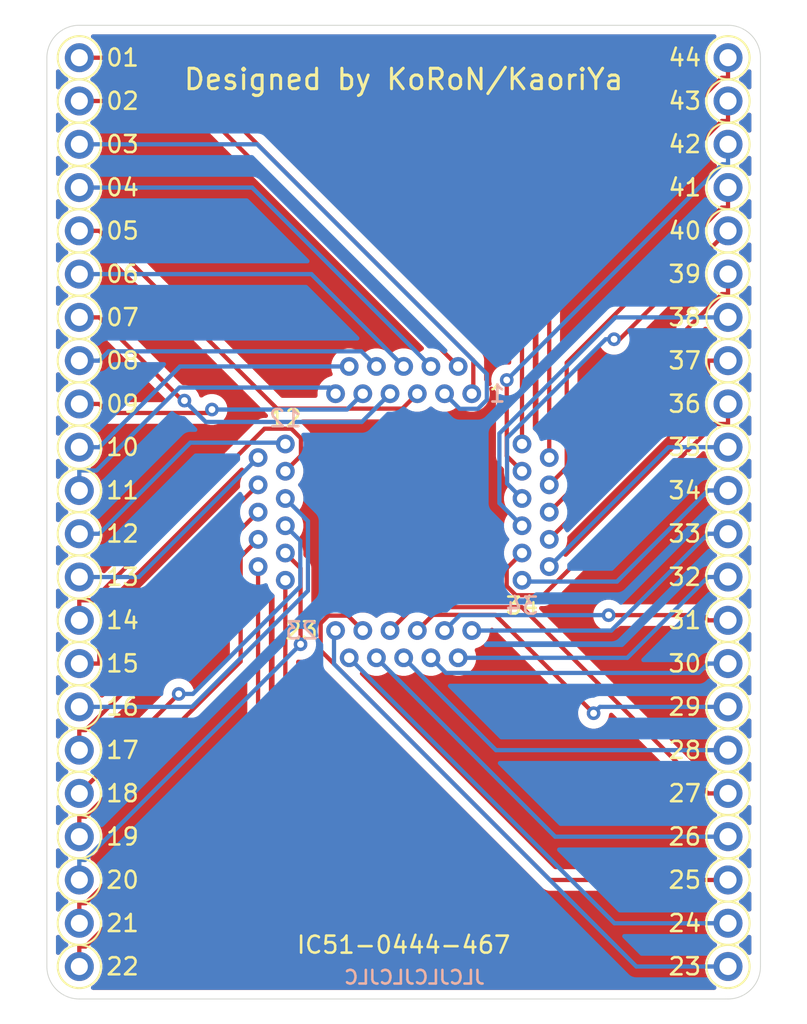
<source format=kicad_pcb>
(kicad_pcb (version 20171130) (host pcbnew "(5.1.9)-1")

  (general
    (thickness 1.6)
    (drawings 11)
    (tracks 189)
    (zones 0)
    (modules 3)
    (nets 45)
  )

  (page A4)
  (title_block
    (title "IC51-0444-467 adapter/pitch conveter")
    (date 2021-03-20)
    (rev 1)
    (company KaoriYa)
  )

  (layers
    (0 F.Cu signal)
    (31 B.Cu signal)
    (32 B.Adhes user)
    (33 F.Adhes user)
    (34 B.Paste user)
    (35 F.Paste user)
    (36 B.SilkS user)
    (37 F.SilkS user)
    (38 B.Mask user)
    (39 F.Mask user)
    (40 Dwgs.User user)
    (41 Cmts.User user)
    (42 Eco1.User user)
    (43 Eco2.User user)
    (44 Edge.Cuts user)
    (45 Margin user)
    (46 B.CrtYd user)
    (47 F.CrtYd user)
    (48 B.Fab user)
    (49 F.Fab user)
  )

  (setup
    (last_trace_width 0.25)
    (trace_clearance 0.2)
    (zone_clearance 0.508)
    (zone_45_only no)
    (trace_min 0.2)
    (via_size 0.8)
    (via_drill 0.4)
    (via_min_size 0.4)
    (via_min_drill 0.3)
    (uvia_size 0.3)
    (uvia_drill 0.1)
    (uvias_allowed no)
    (uvia_min_size 0.2)
    (uvia_min_drill 0.1)
    (edge_width 0.05)
    (segment_width 0.2)
    (pcb_text_width 0.3)
    (pcb_text_size 1.5 1.5)
    (mod_edge_width 0.12)
    (mod_text_size 1 1)
    (mod_text_width 0.15)
    (pad_size 1.524 1.524)
    (pad_drill 0.762)
    (pad_to_mask_clearance 0)
    (aux_axis_origin 0 0)
    (grid_origin 150 100)
    (visible_elements 7FFFFFFF)
    (pcbplotparams
      (layerselection 0x010fc_ffffffff)
      (usegerberextensions false)
      (usegerberattributes true)
      (usegerberadvancedattributes true)
      (creategerberjobfile true)
      (excludeedgelayer true)
      (linewidth 0.100000)
      (plotframeref false)
      (viasonmask false)
      (mode 1)
      (useauxorigin false)
      (hpglpennumber 1)
      (hpglpenspeed 20)
      (hpglpendiameter 15.000000)
      (psnegative false)
      (psa4output false)
      (plotreference true)
      (plotvalue true)
      (plotinvisibletext false)
      (padsonsilk false)
      (subtractmaskfromsilk false)
      (outputformat 1)
      (mirror false)
      (drillshape 0)
      (scaleselection 1)
      (outputdirectory "gerver"))
  )

  (net 0 "")
  (net 1 "Net-(J1-Pad44)")
  (net 2 "Net-(J1-Pad43)")
  (net 3 "Net-(J1-Pad42)")
  (net 4 "Net-(J1-Pad41)")
  (net 5 "Net-(J1-Pad40)")
  (net 6 "Net-(J1-Pad39)")
  (net 7 "Net-(J1-Pad38)")
  (net 8 "Net-(J1-Pad37)")
  (net 9 "Net-(J1-Pad36)")
  (net 10 "Net-(J1-Pad35)")
  (net 11 "Net-(J1-Pad34)")
  (net 12 "Net-(J1-Pad33)")
  (net 13 "Net-(J1-Pad32)")
  (net 14 "Net-(J1-Pad31)")
  (net 15 "Net-(J1-Pad30)")
  (net 16 "Net-(J1-Pad29)")
  (net 17 "Net-(J1-Pad28)")
  (net 18 "Net-(J1-Pad27)")
  (net 19 "Net-(J1-Pad26)")
  (net 20 "Net-(J1-Pad25)")
  (net 21 "Net-(J1-Pad24)")
  (net 22 "Net-(J1-Pad23)")
  (net 23 "Net-(J1-Pad22)")
  (net 24 "Net-(J1-Pad21)")
  (net 25 "Net-(J1-Pad20)")
  (net 26 "Net-(J1-Pad19)")
  (net 27 "Net-(J1-Pad18)")
  (net 28 "Net-(J1-Pad17)")
  (net 29 "Net-(J1-Pad16)")
  (net 30 "Net-(J1-Pad15)")
  (net 31 "Net-(J1-Pad14)")
  (net 32 "Net-(J1-Pad13)")
  (net 33 "Net-(J1-Pad12)")
  (net 34 "Net-(J1-Pad11)")
  (net 35 "Net-(J1-Pad10)")
  (net 36 "Net-(J1-Pad9)")
  (net 37 "Net-(J1-Pad8)")
  (net 38 "Net-(J1-Pad7)")
  (net 39 "Net-(J1-Pad6)")
  (net 40 "Net-(J1-Pad5)")
  (net 41 "Net-(J1-Pad4)")
  (net 42 "Net-(J1-Pad3)")
  (net 43 "Net-(J1-Pad2)")
  (net 44 "Net-(J1-Pad1)")

  (net_class Default "This is the default net class."
    (clearance 0.2)
    (trace_width 0.25)
    (via_dia 0.8)
    (via_drill 0.4)
    (uvia_dia 0.3)
    (uvia_drill 0.1)
    (add_net "Net-(J1-Pad1)")
    (add_net "Net-(J1-Pad10)")
    (add_net "Net-(J1-Pad11)")
    (add_net "Net-(J1-Pad12)")
    (add_net "Net-(J1-Pad13)")
    (add_net "Net-(J1-Pad14)")
    (add_net "Net-(J1-Pad15)")
    (add_net "Net-(J1-Pad16)")
    (add_net "Net-(J1-Pad17)")
    (add_net "Net-(J1-Pad18)")
    (add_net "Net-(J1-Pad19)")
    (add_net "Net-(J1-Pad2)")
    (add_net "Net-(J1-Pad20)")
    (add_net "Net-(J1-Pad21)")
    (add_net "Net-(J1-Pad22)")
    (add_net "Net-(J1-Pad23)")
    (add_net "Net-(J1-Pad24)")
    (add_net "Net-(J1-Pad25)")
    (add_net "Net-(J1-Pad26)")
    (add_net "Net-(J1-Pad27)")
    (add_net "Net-(J1-Pad28)")
    (add_net "Net-(J1-Pad29)")
    (add_net "Net-(J1-Pad3)")
    (add_net "Net-(J1-Pad30)")
    (add_net "Net-(J1-Pad31)")
    (add_net "Net-(J1-Pad32)")
    (add_net "Net-(J1-Pad33)")
    (add_net "Net-(J1-Pad34)")
    (add_net "Net-(J1-Pad35)")
    (add_net "Net-(J1-Pad36)")
    (add_net "Net-(J1-Pad37)")
    (add_net "Net-(J1-Pad38)")
    (add_net "Net-(J1-Pad39)")
    (add_net "Net-(J1-Pad4)")
    (add_net "Net-(J1-Pad40)")
    (add_net "Net-(J1-Pad41)")
    (add_net "Net-(J1-Pad42)")
    (add_net "Net-(J1-Pad43)")
    (add_net "Net-(J1-Pad44)")
    (add_net "Net-(J1-Pad5)")
    (add_net "Net-(J1-Pad6)")
    (add_net "Net-(J1-Pad7)")
    (add_net "Net-(J1-Pad8)")
    (add_net "Net-(J1-Pad9)")
  )

  (module Footprints:IC51-0444-467 (layer F.Cu) (tedit 60557E5E) (tstamp 605597F3)
    (at 150 100)
    (path /60556DA6)
    (fp_text reference J1 (at 0 0) (layer F.SilkS) hide
      (effects (font (size 1 1) (thickness 0.15)))
    )
    (fp_text value Conn_04x11_Counter_Clockwise (at 0 21.59) (layer F.Fab)
      (effects (font (size 1 1) (thickness 0.15)))
    )
    (fp_line (start -18 20) (end -18 -20) (layer Dwgs.User) (width 0.12))
    (fp_line (start 18 20) (end -18 20) (layer Dwgs.User) (width 0.12))
    (fp_line (start 18 -20) (end 18 20) (layer Dwgs.User) (width 0.12))
    (fp_line (start -18 -20) (end 18 -20) (layer Dwgs.User) (width 0.12))
    (fp_text user 34 (at 6.95 5.5) (layer F.SilkS)
      (effects (font (size 1 1) (thickness 0.15)))
    )
    (fp_text user 23 (at -6 6.95) (layer F.SilkS)
      (effects (font (size 1 1) (thickness 0.15)))
    )
    (fp_text user 12 (at -6.95 -5.5) (layer F.SilkS)
      (effects (font (size 1 1) (thickness 0.15)))
    )
    (fp_text user 1 (at 5.5 -6.95) (layer B.SilkS)
      (effects (font (size 1 1) (thickness 0.15)) (justify mirror))
    )
    (fp_text user 34 (at 6.95 5.5) (layer B.SilkS)
      (effects (font (size 1 1) (thickness 0.15)) (justify mirror))
    )
    (fp_text user 23 (at -6 6.95) (layer B.SilkS)
      (effects (font (size 1 1) (thickness 0.15)) (justify mirror))
    )
    (fp_text user 12 (at -6.95 -5.5) (layer B.SilkS)
      (effects (font (size 1 1) (thickness 0.15)) (justify mirror))
    )
    (fp_text user 1 (at 5.5 -6.95) (layer F.SilkS)
      (effects (font (size 1 1) (thickness 0.15)))
    )
    (pad 44 thru_hole circle (at 6.95 -4) (size 1.1 1.1) (drill 0.6) (layers *.Cu *.Mask)
      (net 1 "Net-(J1-Pad44)"))
    (pad 43 thru_hole circle (at 8.55 -3.2) (size 1.1 1.1) (drill 0.6) (layers *.Cu *.Mask)
      (net 2 "Net-(J1-Pad43)"))
    (pad 42 thru_hole circle (at 6.95 -2.4) (size 1.1 1.1) (drill 0.6) (layers *.Cu *.Mask)
      (net 3 "Net-(J1-Pad42)"))
    (pad 41 thru_hole circle (at 8.55 -1.6) (size 1.1 1.1) (drill 0.6) (layers *.Cu *.Mask)
      (net 4 "Net-(J1-Pad41)"))
    (pad 40 thru_hole circle (at 6.95 -0.8) (size 1.1 1.1) (drill 0.6) (layers *.Cu *.Mask)
      (net 5 "Net-(J1-Pad40)"))
    (pad 39 thru_hole circle (at 8.55 0) (size 1.1 1.1) (drill 0.6) (layers *.Cu *.Mask)
      (net 6 "Net-(J1-Pad39)"))
    (pad 38 thru_hole circle (at 6.95 0.8) (size 1.1 1.1) (drill 0.6) (layers *.Cu *.Mask)
      (net 7 "Net-(J1-Pad38)"))
    (pad 37 thru_hole circle (at 8.55 1.6) (size 1.1 1.1) (drill 0.6) (layers *.Cu *.Mask)
      (net 8 "Net-(J1-Pad37)"))
    (pad 36 thru_hole circle (at 6.95 2.4) (size 1.1 1.1) (drill 0.6) (layers *.Cu *.Mask)
      (net 9 "Net-(J1-Pad36)"))
    (pad 35 thru_hole circle (at 8.55 3.2) (size 1.1 1.1) (drill 0.6) (layers *.Cu *.Mask)
      (net 10 "Net-(J1-Pad35)"))
    (pad 34 thru_hole circle (at 6.95 4) (size 1.1 1.1) (drill 0.6) (layers *.Cu *.Mask)
      (net 11 "Net-(J1-Pad34)"))
    (pad 33 thru_hole circle (at 4 6.95) (size 1.1 1.1) (drill 0.6) (layers *.Cu *.Mask)
      (net 12 "Net-(J1-Pad33)"))
    (pad 32 thru_hole circle (at 3.2 8.55) (size 1.1 1.1) (drill 0.6) (layers *.Cu *.Mask)
      (net 13 "Net-(J1-Pad32)"))
    (pad 31 thru_hole circle (at 2.4 6.95) (size 1.1 1.1) (drill 0.6) (layers *.Cu *.Mask)
      (net 14 "Net-(J1-Pad31)"))
    (pad 30 thru_hole circle (at 1.6 8.55) (size 1.1 1.1) (drill 0.6) (layers *.Cu *.Mask)
      (net 15 "Net-(J1-Pad30)"))
    (pad 29 thru_hole circle (at 0.8 6.95) (size 1.1 1.1) (drill 0.6) (layers *.Cu *.Mask)
      (net 16 "Net-(J1-Pad29)"))
    (pad 28 thru_hole circle (at 0 8.55) (size 1.1 1.1) (drill 0.6) (layers *.Cu *.Mask)
      (net 17 "Net-(J1-Pad28)"))
    (pad 27 thru_hole circle (at -0.8 6.95) (size 1.1 1.1) (drill 0.6) (layers *.Cu *.Mask)
      (net 18 "Net-(J1-Pad27)"))
    (pad 26 thru_hole circle (at -1.6 8.55) (size 1.1 1.1) (drill 0.6) (layers *.Cu *.Mask)
      (net 19 "Net-(J1-Pad26)"))
    (pad 25 thru_hole circle (at -2.4 6.95) (size 1.1 1.1) (drill 0.6) (layers *.Cu *.Mask)
      (net 20 "Net-(J1-Pad25)"))
    (pad 24 thru_hole circle (at -3.2 8.55) (size 1.1 1.1) (drill 0.6) (layers *.Cu *.Mask)
      (net 21 "Net-(J1-Pad24)"))
    (pad 23 thru_hole circle (at -4 6.95) (size 1.1 1.1) (drill 0.6) (layers *.Cu *.Mask)
      (net 22 "Net-(J1-Pad23)"))
    (pad 22 thru_hole circle (at -6.95 4) (size 1.1 1.1) (drill 0.6) (layers *.Cu *.Mask)
      (net 23 "Net-(J1-Pad22)"))
    (pad 21 thru_hole circle (at -8.55 3.2) (size 1.1 1.1) (drill 0.6) (layers *.Cu *.Mask)
      (net 24 "Net-(J1-Pad21)"))
    (pad 20 thru_hole circle (at -6.95 2.4) (size 1.1 1.1) (drill 0.6) (layers *.Cu *.Mask)
      (net 25 "Net-(J1-Pad20)"))
    (pad 19 thru_hole circle (at -8.55 1.6) (size 1.1 1.1) (drill 0.6) (layers *.Cu *.Mask)
      (net 26 "Net-(J1-Pad19)"))
    (pad 18 thru_hole circle (at -6.95 0.8) (size 1.1 1.1) (drill 0.6) (layers *.Cu *.Mask)
      (net 27 "Net-(J1-Pad18)"))
    (pad 17 thru_hole circle (at -8.55 0) (size 1.1 1.1) (drill 0.6) (layers *.Cu *.Mask)
      (net 28 "Net-(J1-Pad17)"))
    (pad 16 thru_hole circle (at -6.95 -0.8) (size 1.1 1.1) (drill 0.6) (layers *.Cu *.Mask)
      (net 29 "Net-(J1-Pad16)"))
    (pad 15 thru_hole circle (at -8.55 -1.6) (size 1.1 1.1) (drill 0.6) (layers *.Cu *.Mask)
      (net 30 "Net-(J1-Pad15)"))
    (pad 14 thru_hole circle (at -6.95 -2.4) (size 1.1 1.1) (drill 0.6) (layers *.Cu *.Mask)
      (net 31 "Net-(J1-Pad14)"))
    (pad 13 thru_hole circle (at -8.55 -3.2) (size 1.1 1.1) (drill 0.6) (layers *.Cu *.Mask)
      (net 32 "Net-(J1-Pad13)"))
    (pad 12 thru_hole circle (at -6.95 -4) (size 1.1 1.1) (drill 0.6) (layers *.Cu *.Mask)
      (net 33 "Net-(J1-Pad12)"))
    (pad 11 thru_hole circle (at -4 -6.95) (size 1.1 1.1) (drill 0.6) (layers *.Cu *.Mask)
      (net 34 "Net-(J1-Pad11)"))
    (pad 10 thru_hole circle (at -3.2 -8.55) (size 1.1 1.1) (drill 0.6) (layers *.Cu *.Mask)
      (net 35 "Net-(J1-Pad10)"))
    (pad 9 thru_hole circle (at -2.4 -6.95) (size 1.1 1.1) (drill 0.6) (layers *.Cu *.Mask)
      (net 36 "Net-(J1-Pad9)"))
    (pad 8 thru_hole circle (at -1.6 -8.55) (size 1.1 1.1) (drill 0.6) (layers *.Cu *.Mask)
      (net 37 "Net-(J1-Pad8)"))
    (pad 7 thru_hole circle (at -0.8 -6.95) (size 1.1 1.1) (drill 0.6) (layers *.Cu *.Mask)
      (net 38 "Net-(J1-Pad7)"))
    (pad 6 thru_hole circle (at 0 -8.55) (size 1.1 1.1) (drill 0.6) (layers *.Cu *.Mask)
      (net 39 "Net-(J1-Pad6)"))
    (pad 5 thru_hole circle (at 0.8 -6.95) (size 1.1 1.1) (drill 0.6) (layers *.Cu *.Mask)
      (net 40 "Net-(J1-Pad5)"))
    (pad 4 thru_hole circle (at 1.6 -8.55) (size 1.1 1.1) (drill 0.6) (layers *.Cu *.Mask)
      (net 41 "Net-(J1-Pad4)"))
    (pad 3 thru_hole circle (at 2.4 -6.95) (size 1.1 1.1) (drill 0.6) (layers *.Cu *.Mask)
      (net 42 "Net-(J1-Pad3)"))
    (pad 2 thru_hole circle (at 3.2 -8.55) (size 1.1 1.1) (drill 0.6) (layers *.Cu *.Mask)
      (net 43 "Net-(J1-Pad2)"))
    (pad 1 thru_hole circle (at 4 -6.95) (size 1.1 1.1) (drill 0.6) (layers *.Cu *.Mask)
      (net 44 "Net-(J1-Pad1)"))
  )

  (module Footprints:PinHeader_1x22_23-44 (layer F.Cu) (tedit 60557B6B) (tstamp 6055A9B2)
    (at 169.05 100)
    (path /605691DF)
    (fp_text reference J3 (at 0 29.21 180) (layer F.Fab)
      (effects (font (size 1 1) (thickness 0.15)))
    )
    (fp_text value Conn_01x22 (at 3.81 -23.495 270) (layer F.Fab)
      (effects (font (size 1 1) (thickness 0.15)))
    )
    (fp_circle (center 0 -26.67) (end -1.27 -26.67) (layer F.SilkS) (width 0.12))
    (fp_circle (center 0 -24.13) (end -1.27 -24.13) (layer F.SilkS) (width 0.12))
    (fp_circle (center 0 -21.59) (end -1.27 -21.59) (layer F.SilkS) (width 0.12))
    (fp_circle (center 0 -19.05) (end -1.27 -19.05) (layer F.SilkS) (width 0.12))
    (fp_circle (center 0 -16.51) (end -1.27 -16.51) (layer F.SilkS) (width 0.12))
    (fp_circle (center 0 -13.97) (end -1.27 -13.97) (layer F.SilkS) (width 0.12))
    (fp_circle (center 0 -11.43) (end -1.27 -11.43) (layer F.SilkS) (width 0.12))
    (fp_circle (center 0 -8.89) (end -1.27 -8.89) (layer F.SilkS) (width 0.12))
    (fp_circle (center 0 -6.35) (end -1.27 -6.35) (layer F.SilkS) (width 0.12))
    (fp_circle (center 0 -3.81) (end -1.27 -3.81) (layer F.SilkS) (width 0.12))
    (fp_circle (center 0 -1.27) (end -1.27 -1.27) (layer F.SilkS) (width 0.12))
    (fp_circle (center 0 1.27) (end -1.27 1.27) (layer F.SilkS) (width 0.12))
    (fp_circle (center 0 3.81) (end -1.27 3.81) (layer F.SilkS) (width 0.12))
    (fp_circle (center 0 6.35) (end -1.27 6.35) (layer F.SilkS) (width 0.12))
    (fp_circle (center 0 8.89) (end -1.27 8.89) (layer F.SilkS) (width 0.12))
    (fp_circle (center 0 11.43) (end -1.27 11.43) (layer F.SilkS) (width 0.12))
    (fp_circle (center 0 13.97) (end -1.27 13.97) (layer F.SilkS) (width 0.12))
    (fp_circle (center 0 16.51) (end -1.27 16.51) (layer F.SilkS) (width 0.12))
    (fp_circle (center 0 19.05) (end -1.27 19.05) (layer F.SilkS) (width 0.12))
    (fp_circle (center 0 21.59) (end -1.27 21.59) (layer F.SilkS) (width 0.12))
    (fp_circle (center 0 24.13) (end -1.27 24.13) (layer F.SilkS) (width 0.12))
    (fp_circle (center 0 26.67) (end -1.27 26.67) (layer F.SilkS) (width 0.12))
    (fp_text user 23 (at -2.54 26.67) (layer F.SilkS)
      (effects (font (size 1 1) (thickness 0.15)))
    )
    (fp_text user 24 (at -2.54 24.13) (layer F.SilkS)
      (effects (font (size 1 1) (thickness 0.15)))
    )
    (fp_text user 25 (at -2.54 21.59) (layer F.SilkS)
      (effects (font (size 1 1) (thickness 0.15)))
    )
    (fp_text user 26 (at -2.54 19.05) (layer F.SilkS)
      (effects (font (size 1 1) (thickness 0.15)))
    )
    (fp_text user 27 (at -2.54 16.51) (layer F.SilkS)
      (effects (font (size 1 1) (thickness 0.15)))
    )
    (fp_text user 28 (at -2.54 13.97) (layer F.SilkS)
      (effects (font (size 1 1) (thickness 0.15)))
    )
    (fp_text user 29 (at -2.54 11.43) (layer F.SilkS)
      (effects (font (size 1 1) (thickness 0.15)))
    )
    (fp_text user 30 (at -2.54 8.89) (layer F.SilkS)
      (effects (font (size 1 1) (thickness 0.15)))
    )
    (fp_text user 31 (at -2.54 6.35) (layer F.SilkS)
      (effects (font (size 1 1) (thickness 0.15)))
    )
    (fp_text user 32 (at -2.54 3.81) (layer F.SilkS)
      (effects (font (size 1 1) (thickness 0.15)))
    )
    (fp_text user 33 (at -2.54 1.27) (layer F.SilkS)
      (effects (font (size 1 1) (thickness 0.15)))
    )
    (fp_text user 34 (at -2.54 -1.27) (layer F.SilkS)
      (effects (font (size 1 1) (thickness 0.15)))
    )
    (fp_text user 35 (at -2.54 -3.81) (layer F.SilkS)
      (effects (font (size 1 1) (thickness 0.15)))
    )
    (fp_text user 36 (at -2.54 -6.35) (layer F.SilkS)
      (effects (font (size 1 1) (thickness 0.15)))
    )
    (fp_text user 37 (at -2.54 -8.89) (layer F.SilkS)
      (effects (font (size 1 1) (thickness 0.15)))
    )
    (fp_text user 38 (at -2.54 -11.43) (layer F.SilkS)
      (effects (font (size 1 1) (thickness 0.15)))
    )
    (fp_text user 39 (at -2.54 -13.97) (layer F.SilkS)
      (effects (font (size 1 1) (thickness 0.15)))
    )
    (fp_text user 40 (at -2.54 -16.51) (layer F.SilkS)
      (effects (font (size 1 1) (thickness 0.15)))
    )
    (fp_text user 41 (at -2.54 -19.05) (layer F.SilkS)
      (effects (font (size 1 1) (thickness 0.15)))
    )
    (fp_text user 42 (at -2.54 -21.59) (layer F.SilkS)
      (effects (font (size 1 1) (thickness 0.15)))
    )
    (fp_text user 43 (at -2.54 -24.13) (layer F.SilkS)
      (effects (font (size 1 1) (thickness 0.15)))
    )
    (fp_text user 44 (at -2.54 -26.67) (layer F.SilkS)
      (effects (font (size 1 1) (thickness 0.15)))
    )
    (pad 22 thru_hole oval (at 0 -26.67 180) (size 1.7 1.7) (drill 1) (layers *.Cu *.Mask)
      (net 1 "Net-(J1-Pad44)"))
    (pad 21 thru_hole oval (at 0 -24.13 180) (size 1.7 1.7) (drill 1) (layers *.Cu *.Mask)
      (net 2 "Net-(J1-Pad43)"))
    (pad 20 thru_hole oval (at 0 -21.59 180) (size 1.7 1.7) (drill 1) (layers *.Cu *.Mask)
      (net 3 "Net-(J1-Pad42)"))
    (pad 19 thru_hole oval (at 0 -19.05 180) (size 1.7 1.7) (drill 1) (layers *.Cu *.Mask)
      (net 4 "Net-(J1-Pad41)"))
    (pad 18 thru_hole oval (at 0 -16.51 180) (size 1.7 1.7) (drill 1) (layers *.Cu *.Mask)
      (net 5 "Net-(J1-Pad40)"))
    (pad 17 thru_hole oval (at 0 -13.97 180) (size 1.7 1.7) (drill 1) (layers *.Cu *.Mask)
      (net 6 "Net-(J1-Pad39)"))
    (pad 16 thru_hole oval (at 0 -11.43 180) (size 1.7 1.7) (drill 1) (layers *.Cu *.Mask)
      (net 7 "Net-(J1-Pad38)"))
    (pad 15 thru_hole oval (at 0 -8.89 180) (size 1.7 1.7) (drill 1) (layers *.Cu *.Mask)
      (net 8 "Net-(J1-Pad37)"))
    (pad 14 thru_hole oval (at 0 -6.35 180) (size 1.7 1.7) (drill 1) (layers *.Cu *.Mask)
      (net 9 "Net-(J1-Pad36)"))
    (pad 13 thru_hole oval (at 0 -3.81 180) (size 1.7 1.7) (drill 1) (layers *.Cu *.Mask)
      (net 10 "Net-(J1-Pad35)"))
    (pad 12 thru_hole oval (at 0 -1.27 180) (size 1.7 1.7) (drill 1) (layers *.Cu *.Mask)
      (net 11 "Net-(J1-Pad34)"))
    (pad 11 thru_hole oval (at 0 1.27 180) (size 1.7 1.7) (drill 1) (layers *.Cu *.Mask)
      (net 12 "Net-(J1-Pad33)"))
    (pad 10 thru_hole oval (at 0 3.81 180) (size 1.7 1.7) (drill 1) (layers *.Cu *.Mask)
      (net 13 "Net-(J1-Pad32)"))
    (pad 9 thru_hole oval (at 0 6.35 180) (size 1.7 1.7) (drill 1) (layers *.Cu *.Mask)
      (net 14 "Net-(J1-Pad31)"))
    (pad 8 thru_hole oval (at 0 8.89 180) (size 1.7 1.7) (drill 1) (layers *.Cu *.Mask)
      (net 15 "Net-(J1-Pad30)"))
    (pad 7 thru_hole oval (at 0 11.43 180) (size 1.7 1.7) (drill 1) (layers *.Cu *.Mask)
      (net 16 "Net-(J1-Pad29)"))
    (pad 6 thru_hole oval (at 0 13.97 180) (size 1.7 1.7) (drill 1) (layers *.Cu *.Mask)
      (net 17 "Net-(J1-Pad28)"))
    (pad 5 thru_hole oval (at 0 16.51 180) (size 1.7 1.7) (drill 1) (layers *.Cu *.Mask)
      (net 18 "Net-(J1-Pad27)"))
    (pad 4 thru_hole oval (at 0 19.05 180) (size 1.7 1.7) (drill 1) (layers *.Cu *.Mask)
      (net 19 "Net-(J1-Pad26)"))
    (pad 3 thru_hole oval (at 0 21.59 180) (size 1.7 1.7) (drill 1) (layers *.Cu *.Mask)
      (net 20 "Net-(J1-Pad25)"))
    (pad 2 thru_hole oval (at 0 24.13 180) (size 1.7 1.7) (drill 1) (layers *.Cu *.Mask)
      (net 21 "Net-(J1-Pad24)"))
    (pad 1 thru_hole circle (at 0 26.67 180) (size 1.7 1.7) (drill 1) (layers *.Cu *.Mask)
      (net 22 "Net-(J1-Pad23)"))
  )

  (module Footprints:PinHeader_1x22_01-22 (layer F.Cu) (tedit 60557B89) (tstamp 60559915)
    (at 130.95 100)
    (path /60567B69)
    (fp_text reference J2 (at 0 -29.21) (layer F.Fab)
      (effects (font (size 1 1) (thickness 0.15)))
    )
    (fp_text value Conn_01x22 (at -3.81 23.495 270) (layer F.Fab)
      (effects (font (size 1 1) (thickness 0.15)))
    )
    (fp_circle (center 0 26.67) (end 1.27 26.67) (layer F.SilkS) (width 0.12))
    (fp_circle (center 0 24.13) (end 1.27 24.13) (layer F.SilkS) (width 0.12))
    (fp_circle (center 0 21.59) (end 1.27 21.59) (layer F.SilkS) (width 0.12))
    (fp_circle (center 0 19.05) (end 1.27 19.05) (layer F.SilkS) (width 0.12))
    (fp_circle (center 0 16.51) (end 1.27 16.51) (layer F.SilkS) (width 0.12))
    (fp_circle (center 0 13.97) (end 1.27 13.97) (layer F.SilkS) (width 0.12))
    (fp_circle (center 0 11.43) (end 1.27 11.43) (layer F.SilkS) (width 0.12))
    (fp_circle (center 0 8.89) (end 1.27 8.89) (layer F.SilkS) (width 0.12))
    (fp_circle (center 0 6.35) (end 1.27 6.35) (layer F.SilkS) (width 0.12))
    (fp_circle (center 0 3.81) (end 1.27 3.81) (layer F.SilkS) (width 0.12))
    (fp_circle (center 0 1.27) (end 1.27 1.27) (layer F.SilkS) (width 0.12))
    (fp_circle (center 0 -1.27) (end 1.27 -1.27) (layer F.SilkS) (width 0.12))
    (fp_circle (center 0 -3.81) (end 1.27 -3.81) (layer F.SilkS) (width 0.12))
    (fp_circle (center 0 -6.35) (end 1.27 -6.35) (layer F.SilkS) (width 0.12))
    (fp_circle (center 0 -8.89) (end 1.27 -8.89) (layer F.SilkS) (width 0.12))
    (fp_circle (center 0 -11.43) (end 1.27 -11.43) (layer F.SilkS) (width 0.12))
    (fp_circle (center 0 -13.97) (end 1.27 -13.97) (layer F.SilkS) (width 0.12))
    (fp_circle (center 0 -16.51) (end 1.27 -16.51) (layer F.SilkS) (width 0.12))
    (fp_circle (center 0 -19.05) (end 1.27 -19.05) (layer F.SilkS) (width 0.12))
    (fp_circle (center 0 -21.59) (end 1.27 -21.59) (layer F.SilkS) (width 0.12))
    (fp_circle (center 0 -24.13) (end 1.27 -24.13) (layer F.SilkS) (width 0.12))
    (fp_circle (center 0 -26.67) (end 1.27 -26.67) (layer F.SilkS) (width 0.12))
    (fp_text user 20 (at 2.54 21.59) (layer F.SilkS)
      (effects (font (size 1 1) (thickness 0.15)))
    )
    (fp_text user 22 (at 2.54 26.67) (layer F.SilkS)
      (effects (font (size 1 1) (thickness 0.15)))
    )
    (fp_text user 21 (at 2.54 24.13) (layer F.SilkS)
      (effects (font (size 1 1) (thickness 0.15)))
    )
    (fp_text user 19 (at 2.54 19.05) (layer F.SilkS)
      (effects (font (size 1 1) (thickness 0.15)))
    )
    (fp_text user 18 (at 2.54 16.51) (layer F.SilkS)
      (effects (font (size 1 1) (thickness 0.15)))
    )
    (fp_text user 17 (at 2.54 13.97) (layer F.SilkS)
      (effects (font (size 1 1) (thickness 0.15)))
    )
    (fp_text user 16 (at 2.54 11.43) (layer F.SilkS)
      (effects (font (size 1 1) (thickness 0.15)))
    )
    (fp_text user 15 (at 2.54 8.89) (layer F.SilkS)
      (effects (font (size 1 1) (thickness 0.15)))
    )
    (fp_text user 14 (at 2.54 6.35) (layer F.SilkS)
      (effects (font (size 1 1) (thickness 0.15)))
    )
    (fp_text user 13 (at 2.54 3.81) (layer F.SilkS)
      (effects (font (size 1 1) (thickness 0.15)))
    )
    (fp_text user 12 (at 2.54 1.27) (layer F.SilkS)
      (effects (font (size 1 1) (thickness 0.15)))
    )
    (fp_text user 11 (at 2.54 -1.27) (layer F.SilkS)
      (effects (font (size 1 1) (thickness 0.15)))
    )
    (fp_text user 10 (at 2.54 -3.81) (layer F.SilkS)
      (effects (font (size 1 1) (thickness 0.15)))
    )
    (fp_text user 09 (at 2.54 -6.35) (layer F.SilkS)
      (effects (font (size 1 1) (thickness 0.15)))
    )
    (fp_text user 08 (at 2.54 -8.89) (layer F.SilkS)
      (effects (font (size 1 1) (thickness 0.15)))
    )
    (fp_text user 07 (at 2.54 -11.43) (layer F.SilkS)
      (effects (font (size 1 1) (thickness 0.15)))
    )
    (fp_text user 06 (at 2.54 -13.97) (layer F.SilkS)
      (effects (font (size 1 1) (thickness 0.15)))
    )
    (fp_text user 05 (at 2.54 -16.51) (layer F.SilkS)
      (effects (font (size 1 1) (thickness 0.15)))
    )
    (fp_text user 04 (at 2.54 -19.05) (layer F.SilkS)
      (effects (font (size 1 1) (thickness 0.15)))
    )
    (fp_text user 03 (at 2.54 -21.59) (layer F.SilkS)
      (effects (font (size 1 1) (thickness 0.15)))
    )
    (fp_text user 02 (at 2.54 -24.13) (layer F.SilkS)
      (effects (font (size 1 1) (thickness 0.15)))
    )
    (fp_text user 01 (at 2.54 -26.67) (layer F.SilkS)
      (effects (font (size 1 1) (thickness 0.15)))
    )
    (pad 22 thru_hole oval (at 0 26.67) (size 1.7 1.7) (drill 1) (layers *.Cu *.Mask)
      (net 23 "Net-(J1-Pad22)"))
    (pad 21 thru_hole oval (at 0 24.13) (size 1.7 1.7) (drill 1) (layers *.Cu *.Mask)
      (net 24 "Net-(J1-Pad21)"))
    (pad 20 thru_hole oval (at 0 21.59) (size 1.7 1.7) (drill 1) (layers *.Cu *.Mask)
      (net 25 "Net-(J1-Pad20)"))
    (pad 19 thru_hole oval (at 0 19.05) (size 1.7 1.7) (drill 1) (layers *.Cu *.Mask)
      (net 26 "Net-(J1-Pad19)"))
    (pad 18 thru_hole oval (at 0 16.51) (size 1.7 1.7) (drill 1) (layers *.Cu *.Mask)
      (net 27 "Net-(J1-Pad18)"))
    (pad 17 thru_hole oval (at 0 13.97) (size 1.7 1.7) (drill 1) (layers *.Cu *.Mask)
      (net 28 "Net-(J1-Pad17)"))
    (pad 16 thru_hole oval (at 0 11.43) (size 1.7 1.7) (drill 1) (layers *.Cu *.Mask)
      (net 29 "Net-(J1-Pad16)"))
    (pad 15 thru_hole oval (at 0 8.89) (size 1.7 1.7) (drill 1) (layers *.Cu *.Mask)
      (net 30 "Net-(J1-Pad15)"))
    (pad 14 thru_hole oval (at 0 6.35) (size 1.7 1.7) (drill 1) (layers *.Cu *.Mask)
      (net 31 "Net-(J1-Pad14)"))
    (pad 13 thru_hole oval (at 0 3.81) (size 1.7 1.7) (drill 1) (layers *.Cu *.Mask)
      (net 32 "Net-(J1-Pad13)"))
    (pad 12 thru_hole oval (at 0 1.27) (size 1.7 1.7) (drill 1) (layers *.Cu *.Mask)
      (net 33 "Net-(J1-Pad12)"))
    (pad 11 thru_hole oval (at 0 -1.27) (size 1.7 1.7) (drill 1) (layers *.Cu *.Mask)
      (net 34 "Net-(J1-Pad11)"))
    (pad 10 thru_hole oval (at 0 -3.81) (size 1.7 1.7) (drill 1) (layers *.Cu *.Mask)
      (net 35 "Net-(J1-Pad10)"))
    (pad 9 thru_hole oval (at 0 -6.35) (size 1.7 1.7) (drill 1) (layers *.Cu *.Mask)
      (net 36 "Net-(J1-Pad9)"))
    (pad 8 thru_hole oval (at 0 -8.89) (size 1.7 1.7) (drill 1) (layers *.Cu *.Mask)
      (net 37 "Net-(J1-Pad8)"))
    (pad 7 thru_hole oval (at 0 -11.43) (size 1.7 1.7) (drill 1) (layers *.Cu *.Mask)
      (net 38 "Net-(J1-Pad7)"))
    (pad 6 thru_hole oval (at 0 -13.97) (size 1.7 1.7) (drill 1) (layers *.Cu *.Mask)
      (net 39 "Net-(J1-Pad6)"))
    (pad 5 thru_hole oval (at 0 -16.51) (size 1.7 1.7) (drill 1) (layers *.Cu *.Mask)
      (net 40 "Net-(J1-Pad5)"))
    (pad 4 thru_hole oval (at 0 -19.05) (size 1.7 1.7) (drill 1) (layers *.Cu *.Mask)
      (net 41 "Net-(J1-Pad4)"))
    (pad 3 thru_hole oval (at 0 -21.59) (size 1.7 1.7) (drill 1) (layers *.Cu *.Mask)
      (net 42 "Net-(J1-Pad3)"))
    (pad 2 thru_hole oval (at 0 -24.13) (size 1.7 1.7) (drill 1) (layers *.Cu *.Mask)
      (net 43 "Net-(J1-Pad2)"))
    (pad 1 thru_hole circle (at 0 -26.67) (size 1.7 1.7) (drill 1) (layers *.Cu *.Mask)
      (net 44 "Net-(J1-Pad1)"))
  )

  (gr_text JLCJLCJLCJLC (at 150.635 127.305) (layer B.SilkS)
    (effects (font (size 0.8 0.8) (thickness 0.15)) (justify mirror))
  )
  (gr_text IC51-0444-467 (at 150 125.4) (layer F.SilkS)
    (effects (font (size 1 1) (thickness 0.15)))
  )
  (gr_text "Designed by KoRoN/KaoriYa" (at 150 74.6) (layer F.SilkS)
    (effects (font (size 1.2 1.2) (thickness 0.18)))
  )
  (gr_arc (start 169.05 73.33) (end 170.955 73.33) (angle -90) (layer Edge.Cuts) (width 0.05))
  (gr_arc (start 169.05 126.67) (end 169.05 128.575) (angle -90) (layer Edge.Cuts) (width 0.05))
  (gr_arc (start 130.95 126.67) (end 129.045 126.67) (angle -90) (layer Edge.Cuts) (width 0.05))
  (gr_arc (start 130.95 73.33) (end 130.95 71.425) (angle -90) (layer Edge.Cuts) (width 0.05))
  (gr_line (start 169.05 71.425) (end 130.95 71.425) (layer Edge.Cuts) (width 0.05) (tstamp 6055BD73))
  (gr_line (start 170.955 126.67) (end 170.955 73.33) (layer Edge.Cuts) (width 0.05))
  (gr_line (start 130.95 128.575) (end 169.05 128.575) (layer Edge.Cuts) (width 0.05))
  (gr_line (start 129.045 73.33) (end 129.045 126.67) (layer Edge.Cuts) (width 0.05))

  (segment (start 156.95 96) (end 156.95 86.238) (width 0.25) (layer F.Cu) (net 1) (status 10))
  (segment (start 156.95 86.238) (end 168.6827 74.5053) (width 0.25) (layer F.Cu) (net 1))
  (segment (start 168.6827 74.5053) (end 169.05 74.5053) (width 0.25) (layer F.Cu) (net 1))
  (segment (start 169.05 73.33) (end 169.05 74.5053) (width 0.25) (layer F.Cu) (net 1) (status 10))
  (segment (start 169.05 75.87) (end 169.05 77.0453) (width 0.25) (layer F.Cu) (net 2) (status 10))
  (segment (start 169.05 77.0453) (end 168.6827 77.0453) (width 0.25) (layer F.Cu) (net 2))
  (segment (start 168.6827 77.0453) (end 158.55 87.178) (width 0.25) (layer F.Cu) (net 2))
  (segment (start 158.55 87.178) (end 158.55 96.8) (width 0.25) (layer F.Cu) (net 2) (status 20))
  (segment (start 156.95 97.6) (end 156.0541 96.7041) (width 0.25) (layer F.Cu) (net 3) (status 10))
  (segment (start 156.0541 96.7041) (end 156.0541 92.2462) (width 0.25) (layer F.Cu) (net 3))
  (segment (start 169.05 79.5853) (end 168.715 79.5853) (width 0.25) (layer B.Cu) (net 3))
  (segment (start 168.715 79.5853) (end 156.0541 92.2462) (width 0.25) (layer B.Cu) (net 3))
  (segment (start 169.05 78.41) (end 169.05 79.5853) (width 0.25) (layer B.Cu) (net 3) (status 10))
  (via (at 156.0541 92.2462) (size 0.8) (layers F.Cu B.Cu) (net 3))
  (segment (start 158.55 98.4) (end 159.5753 97.3747) (width 0.25) (layer F.Cu) (net 4) (status 10))
  (segment (start 159.5753 97.3747) (end 159.5753 91.2327) (width 0.25) (layer F.Cu) (net 4))
  (segment (start 159.5753 91.2327) (end 168.6827 82.1253) (width 0.25) (layer F.Cu) (net 4))
  (segment (start 168.6827 82.1253) (end 169.05 82.1253) (width 0.25) (layer F.Cu) (net 4))
  (segment (start 169.05 80.95) (end 169.05 82.1253) (width 0.25) (layer F.Cu) (net 4) (status 10))
  (segment (start 162.3572 89.8525) (end 161.8592 89.8525) (width 0.25) (layer B.Cu) (net 5))
  (segment (start 161.8592 89.8525) (end 156.0724 95.6393) (width 0.25) (layer B.Cu) (net 5))
  (segment (start 156.0724 95.6393) (end 156.0724 98.3224) (width 0.25) (layer B.Cu) (net 5))
  (segment (start 156.0724 98.3224) (end 156.95 99.2) (width 0.25) (layer B.Cu) (net 5) (status 20))
  (segment (start 169.05 83.49) (end 162.6875 89.8525) (width 0.25) (layer F.Cu) (net 5) (status 10))
  (segment (start 162.6875 89.8525) (end 162.3572 89.8525) (width 0.25) (layer F.Cu) (net 5))
  (via (at 162.3572 89.8525) (size 0.8) (layers F.Cu B.Cu) (net 5))
  (segment (start 158.55 100) (end 166.6503 91.8997) (width 0.25) (layer F.Cu) (net 6) (status 10))
  (segment (start 166.6503 91.8997) (end 166.6503 89.2377) (width 0.25) (layer F.Cu) (net 6))
  (segment (start 166.6503 89.2377) (end 168.6827 87.2053) (width 0.25) (layer F.Cu) (net 6))
  (segment (start 168.6827 87.2053) (end 169.05 87.2053) (width 0.25) (layer F.Cu) (net 6))
  (segment (start 169.05 86.03) (end 169.05 87.2053) (width 0.25) (layer F.Cu) (net 6) (status 10))
  (segment (start 169.05 88.57) (end 162.4337 88.57) (width 0.25) (layer B.Cu) (net 7) (status 10))
  (segment (start 162.4337 88.57) (end 155.6221 95.3816) (width 0.25) (layer B.Cu) (net 7))
  (segment (start 155.6221 95.3816) (end 155.6221 99.4721) (width 0.25) (layer B.Cu) (net 7))
  (segment (start 155.6221 99.4721) (end 156.95 100.8) (width 0.25) (layer B.Cu) (net 7) (status 20))
  (segment (start 169.05 91.11) (end 167.8747 91.11) (width 0.25) (layer F.Cu) (net 8) (status 10))
  (segment (start 167.8747 91.11) (end 167.8747 92.2753) (width 0.25) (layer F.Cu) (net 8))
  (segment (start 167.8747 92.2753) (end 158.55 101.6) (width 0.25) (layer F.Cu) (net 8) (status 20))
  (segment (start 169.05 94.8253) (end 168.256 94.8253) (width 0.25) (layer F.Cu) (net 9))
  (segment (start 168.256 94.8253) (end 158.2029 104.8784) (width 0.25) (layer F.Cu) (net 9))
  (segment (start 158.2029 104.8784) (end 156.5884 104.8784) (width 0.25) (layer F.Cu) (net 9))
  (segment (start 156.5884 104.8784) (end 156.0529 104.3429) (width 0.25) (layer F.Cu) (net 9))
  (segment (start 156.0529 104.3429) (end 156.0529 103.2971) (width 0.25) (layer F.Cu) (net 9))
  (segment (start 156.0529 103.2971) (end 156.95 102.4) (width 0.25) (layer F.Cu) (net 9) (status 20))
  (segment (start 169.05 93.65) (end 169.05 94.8253) (width 0.25) (layer F.Cu) (net 9) (status 10))
  (segment (start 169.05 96.19) (end 165.56 96.19) (width 0.25) (layer B.Cu) (net 10) (status 10))
  (segment (start 165.56 96.19) (end 158.55 103.2) (width 0.25) (layer B.Cu) (net 10) (status 20))
  (segment (start 169.05 98.73) (end 167.8747 98.73) (width 0.25) (layer B.Cu) (net 11) (status 10))
  (segment (start 167.8747 98.73) (end 162.5293 104.0754) (width 0.25) (layer B.Cu) (net 11))
  (segment (start 162.5293 104.0754) (end 157.0254 104.0754) (width 0.25) (layer B.Cu) (net 11) (status 20))
  (segment (start 157.0254 104.0754) (end 156.95 104) (width 0.25) (layer B.Cu) (net 11) (status 30))
  (segment (start 169.05 101.27) (end 167.8747 101.27) (width 0.25) (layer B.Cu) (net 12) (status 10))
  (segment (start 167.8747 101.27) (end 162.1947 106.95) (width 0.25) (layer B.Cu) (net 12))
  (segment (start 162.1947 106.95) (end 154 106.95) (width 0.25) (layer B.Cu) (net 12) (status 20))
  (segment (start 169.05 103.81) (end 167.8747 103.81) (width 0.25) (layer B.Cu) (net 13) (status 10))
  (segment (start 167.8747 103.81) (end 163.1347 108.55) (width 0.25) (layer B.Cu) (net 13))
  (segment (start 163.1347 108.55) (end 153.2 108.55) (width 0.25) (layer B.Cu) (net 13) (status 20))
  (segment (start 167.8747 106.35) (end 167.5706 106.0459) (width 0.25) (layer F.Cu) (net 14))
  (segment (start 167.5706 106.0459) (end 162.0362 106.0459) (width 0.25) (layer F.Cu) (net 14))
  (segment (start 152.4 106.95) (end 153.3041 106.0459) (width 0.25) (layer B.Cu) (net 14) (status 10))
  (segment (start 153.3041 106.0459) (end 162.0362 106.0459) (width 0.25) (layer B.Cu) (net 14))
  (segment (start 169.05 106.35) (end 167.8747 106.35) (width 0.25) (layer F.Cu) (net 14) (status 10))
  (via (at 162.0362 106.0459) (size 0.8) (layers F.Cu B.Cu) (net 14))
  (segment (start 169.05 108.89) (end 167.8747 108.89) (width 0.25) (layer B.Cu) (net 15) (status 10))
  (segment (start 167.8747 108.89) (end 167.3266 109.4381) (width 0.25) (layer B.Cu) (net 15))
  (segment (start 167.3266 109.4381) (end 152.4881 109.4381) (width 0.25) (layer B.Cu) (net 15))
  (segment (start 152.4881 109.4381) (end 151.6 108.55) (width 0.25) (layer B.Cu) (net 15) (status 20))
  (segment (start 161.1537 111.8032) (end 155.3799 106.0294) (width 0.25) (layer F.Cu) (net 16))
  (segment (start 155.3799 106.0294) (end 151.7206 106.0294) (width 0.25) (layer F.Cu) (net 16))
  (segment (start 151.7206 106.0294) (end 150.8 106.95) (width 0.25) (layer F.Cu) (net 16) (status 20))
  (segment (start 169.05 111.43) (end 161.5269 111.43) (width 0.25) (layer B.Cu) (net 16) (status 10))
  (segment (start 161.5269 111.43) (end 161.1537 111.8032) (width 0.25) (layer B.Cu) (net 16))
  (via (at 161.1537 111.8032) (size 0.8) (layers F.Cu B.Cu) (net 16))
  (segment (start 169.05 113.97) (end 155.42 113.97) (width 0.25) (layer B.Cu) (net 17) (status 10))
  (segment (start 155.42 113.97) (end 150 108.55) (width 0.25) (layer B.Cu) (net 17) (status 20))
  (segment (start 167.8747 116.51) (end 156.9438 105.5791) (width 0.25) (layer F.Cu) (net 18))
  (segment (start 156.9438 105.5791) (end 150.5709 105.5791) (width 0.25) (layer F.Cu) (net 18))
  (segment (start 150.5709 105.5791) (end 149.2 106.95) (width 0.25) (layer F.Cu) (net 18) (status 20))
  (segment (start 169.05 116.51) (end 167.8747 116.51) (width 0.25) (layer F.Cu) (net 18) (status 10))
  (segment (start 169.05 119.05) (end 158.9 119.05) (width 0.25) (layer B.Cu) (net 19) (status 10))
  (segment (start 158.9 119.05) (end 148.4 108.55) (width 0.25) (layer B.Cu) (net 19) (status 20))
  (segment (start 169.05 121.59) (end 158.5938 121.59) (width 0.25) (layer F.Cu) (net 20) (status 10))
  (segment (start 158.5938 121.59) (end 145.1246 108.1208) (width 0.25) (layer F.Cu) (net 20))
  (segment (start 145.1246 108.1208) (end 145.1246 106.5252) (width 0.25) (layer F.Cu) (net 20))
  (segment (start 145.1246 106.5252) (end 145.5752 106.0746) (width 0.25) (layer F.Cu) (net 20))
  (segment (start 145.5752 106.0746) (end 146.7246 106.0746) (width 0.25) (layer F.Cu) (net 20))
  (segment (start 146.7246 106.0746) (end 147.6 106.95) (width 0.25) (layer F.Cu) (net 20) (status 20))
  (segment (start 169.05 124.13) (end 162.38 124.13) (width 0.25) (layer B.Cu) (net 21) (status 10))
  (segment (start 162.38 124.13) (end 146.8 108.55) (width 0.25) (layer B.Cu) (net 21) (status 20))
  (segment (start 169.05 126.67) (end 163.6651 126.67) (width 0.25) (layer B.Cu) (net 22) (status 10))
  (segment (start 163.6651 126.67) (end 145.9094 108.9143) (width 0.25) (layer B.Cu) (net 22))
  (segment (start 145.9094 108.9143) (end 145.9094 107.0406) (width 0.25) (layer B.Cu) (net 22) (status 20))
  (segment (start 145.9094 107.0406) (end 146 106.95) (width 0.25) (layer B.Cu) (net 22) (status 30))
  (segment (start 143.05 104) (end 143.05 113.762) (width 0.25) (layer F.Cu) (net 23) (status 10))
  (segment (start 143.05 113.762) (end 131.3173 125.4947) (width 0.25) (layer F.Cu) (net 23))
  (segment (start 131.3173 125.4947) (end 130.95 125.4947) (width 0.25) (layer F.Cu) (net 23))
  (segment (start 130.95 126.67) (end 130.95 125.4947) (width 0.25) (layer F.Cu) (net 23) (status 10))
  (segment (start 130.95 124.13) (end 130.95 122.9547) (width 0.25) (layer F.Cu) (net 24) (status 10))
  (segment (start 130.95 122.9547) (end 131.3173 122.9547) (width 0.25) (layer F.Cu) (net 24))
  (segment (start 131.3173 122.9547) (end 141.45 112.822) (width 0.25) (layer F.Cu) (net 24))
  (segment (start 141.45 112.822) (end 141.45 103.2) (width 0.25) (layer F.Cu) (net 24) (status 20))
  (segment (start 143.05 102.4) (end 143.9443 103.2943) (width 0.25) (layer F.Cu) (net 25) (status 10))
  (segment (start 143.9443 103.2943) (end 143.9443 107.7562) (width 0.25) (layer F.Cu) (net 25))
  (segment (start 130.95 120.4147) (end 131.2858 120.4147) (width 0.25) (layer B.Cu) (net 25))
  (segment (start 131.2858 120.4147) (end 143.9443 107.7562) (width 0.25) (layer B.Cu) (net 25))
  (segment (start 130.95 121.59) (end 130.95 120.4147) (width 0.25) (layer B.Cu) (net 25) (status 10))
  (via (at 143.9443 107.7562) (size 0.8) (layers F.Cu B.Cu) (net 25))
  (segment (start 130.95 119.05) (end 130.95 117.8747) (width 0.25) (layer F.Cu) (net 26) (status 10))
  (segment (start 130.95 117.8747) (end 131.3173 117.8747) (width 0.25) (layer F.Cu) (net 26))
  (segment (start 131.3173 117.8747) (end 140.4247 108.7673) (width 0.25) (layer F.Cu) (net 26))
  (segment (start 140.4247 108.7673) (end 140.4247 102.6253) (width 0.25) (layer F.Cu) (net 26))
  (segment (start 140.4247 102.6253) (end 141.45 101.6) (width 0.25) (layer F.Cu) (net 26) (status 20))
  (segment (start 130.95 116.51) (end 136.7895 110.6705) (width 0.25) (layer F.Cu) (net 27) (status 10))
  (segment (start 143.05 100.8) (end 143.9277 101.6777) (width 0.25) (layer B.Cu) (net 27) (status 10))
  (segment (start 143.9277 101.6777) (end 143.9277 104.3606) (width 0.25) (layer B.Cu) (net 27))
  (segment (start 143.9277 104.3606) (end 137.6178 110.6705) (width 0.25) (layer B.Cu) (net 27))
  (segment (start 137.6178 110.6705) (end 136.7895 110.6705) (width 0.25) (layer B.Cu) (net 27))
  (via (at 136.7895 110.6705) (size 0.8) (layers F.Cu B.Cu) (net 27))
  (segment (start 130.95 113.97) (end 130.95 112.7947) (width 0.25) (layer F.Cu) (net 28) (status 10))
  (segment (start 130.95 112.7947) (end 131.3173 112.7947) (width 0.25) (layer F.Cu) (net 28))
  (segment (start 131.3173 112.7947) (end 135.5389 108.5731) (width 0.25) (layer F.Cu) (net 28))
  (segment (start 135.5389 108.5731) (end 135.5389 105.9111) (width 0.25) (layer F.Cu) (net 28))
  (segment (start 135.5389 105.9111) (end 141.45 100) (width 0.25) (layer F.Cu) (net 28) (status 20))
  (segment (start 130.95 111.43) (end 137.5664 111.43) (width 0.25) (layer B.Cu) (net 29) (status 10))
  (segment (start 137.5664 111.43) (end 144.378 104.6184) (width 0.25) (layer B.Cu) (net 29))
  (segment (start 144.378 104.6184) (end 144.378 100.528) (width 0.25) (layer B.Cu) (net 29))
  (segment (start 144.378 100.528) (end 143.05 99.2) (width 0.25) (layer B.Cu) (net 29) (status 20))
  (segment (start 132.1253 108.89) (end 132.1253 107.7247) (width 0.25) (layer F.Cu) (net 30))
  (segment (start 132.1253 107.7247) (end 141.45 98.4) (width 0.25) (layer F.Cu) (net 30) (status 20))
  (segment (start 130.95 108.89) (end 132.1253 108.89) (width 0.25) (layer F.Cu) (net 30) (status 10))
  (segment (start 130.95 105.1747) (end 131.7557 105.1747) (width 0.25) (layer F.Cu) (net 31))
  (segment (start 131.7557 105.1747) (end 141.8257 95.1047) (width 0.25) (layer F.Cu) (net 31))
  (segment (start 141.8257 95.1047) (end 143.404 95.1047) (width 0.25) (layer F.Cu) (net 31))
  (segment (start 143.404 95.1047) (end 143.9651 95.6658) (width 0.25) (layer F.Cu) (net 31))
  (segment (start 143.9651 95.6658) (end 143.9651 96.6849) (width 0.25) (layer F.Cu) (net 31))
  (segment (start 143.9651 96.6849) (end 143.05 97.6) (width 0.25) (layer F.Cu) (net 31) (status 20))
  (segment (start 130.95 106.35) (end 130.95 105.1747) (width 0.25) (layer F.Cu) (net 31) (status 10))
  (segment (start 130.95 103.81) (end 134.44 103.81) (width 0.25) (layer B.Cu) (net 32) (status 10))
  (segment (start 134.44 103.81) (end 141.45 96.8) (width 0.25) (layer B.Cu) (net 32) (status 20))
  (segment (start 130.95 101.27) (end 132.1253 101.27) (width 0.25) (layer B.Cu) (net 33) (status 10))
  (segment (start 132.1253 101.27) (end 137.4722 95.9231) (width 0.25) (layer B.Cu) (net 33))
  (segment (start 137.4722 95.9231) (end 142.9731 95.9231) (width 0.25) (layer B.Cu) (net 33) (status 20))
  (segment (start 142.9731 95.9231) (end 143.05 96) (width 0.25) (layer B.Cu) (net 33) (status 30))
  (segment (start 130.95 98.73) (end 130.95 97.5547) (width 0.25) (layer B.Cu) (net 34) (status 10))
  (segment (start 130.95 97.5547) (end 131.962 97.5547) (width 0.25) (layer B.Cu) (net 34))
  (segment (start 131.962 97.5547) (end 136.829 92.6877) (width 0.25) (layer B.Cu) (net 34))
  (segment (start 136.829 92.6877) (end 145.6377 92.6877) (width 0.25) (layer B.Cu) (net 34) (status 20))
  (segment (start 145.6377 92.6877) (end 146 93.05) (width 0.25) (layer B.Cu) (net 34) (status 30))
  (segment (start 130.95 96.19) (end 132.1253 96.19) (width 0.25) (layer B.Cu) (net 35) (status 10))
  (segment (start 132.1253 96.19) (end 136.8653 91.45) (width 0.25) (layer B.Cu) (net 35))
  (segment (start 136.8653 91.45) (end 146.8 91.45) (width 0.25) (layer B.Cu) (net 35) (status 20))
  (segment (start 132.1253 93.65) (end 132.6558 94.1805) (width 0.25) (layer F.Cu) (net 36))
  (segment (start 132.6558 94.1805) (end 138.5383 94.1805) (width 0.25) (layer F.Cu) (net 36))
  (segment (start 138.5383 94.1805) (end 138.7399 93.9789) (width 0.25) (layer F.Cu) (net 36))
  (segment (start 147.6 93.05) (end 146.6711 93.9789) (width 0.25) (layer B.Cu) (net 36) (status 10))
  (segment (start 146.6711 93.9789) (end 138.7399 93.9789) (width 0.25) (layer B.Cu) (net 36))
  (segment (start 130.95 93.65) (end 132.1253 93.65) (width 0.25) (layer F.Cu) (net 36) (status 10))
  (via (at 138.7399 93.9789) (size 0.8) (layers F.Cu B.Cu) (net 36))
  (segment (start 130.95 91.11) (end 132.1253 91.11) (width 0.25) (layer B.Cu) (net 37) (status 10))
  (segment (start 132.1253 91.11) (end 132.6735 90.5618) (width 0.25) (layer B.Cu) (net 37))
  (segment (start 132.6735 90.5618) (end 147.5118 90.5618) (width 0.25) (layer B.Cu) (net 37))
  (segment (start 147.5118 90.5618) (end 148.4 91.45) (width 0.25) (layer B.Cu) (net 37) (status 20))
  (segment (start 130.95 88.57) (end 132.1253 88.57) (width 0.25) (layer F.Cu) (net 38) (status 10))
  (segment (start 137.1234 93.4546) (end 138.3746 94.7058) (width 0.25) (layer B.Cu) (net 38))
  (segment (start 138.3746 94.7058) (end 147.5442 94.7058) (width 0.25) (layer B.Cu) (net 38))
  (segment (start 147.5442 94.7058) (end 149.2 93.05) (width 0.25) (layer B.Cu) (net 38) (status 20))
  (segment (start 132.1253 88.57) (end 137.0099 93.4546) (width 0.25) (layer F.Cu) (net 38))
  (segment (start 137.0099 93.4546) (end 137.1234 93.4546) (width 0.25) (layer F.Cu) (net 38))
  (via (at 137.1234 93.4546) (size 0.8) (layers F.Cu B.Cu) (net 38))
  (segment (start 130.95 86.03) (end 144.58 86.03) (width 0.25) (layer B.Cu) (net 39) (status 10))
  (segment (start 144.58 86.03) (end 150 91.45) (width 0.25) (layer B.Cu) (net 39) (status 20))
  (segment (start 130.95 83.49) (end 132.1253 83.49) (width 0.25) (layer F.Cu) (net 40) (status 10))
  (segment (start 132.1253 83.49) (end 142.5607 93.9254) (width 0.25) (layer F.Cu) (net 40))
  (segment (start 142.5607 93.9254) (end 149.9246 93.9254) (width 0.25) (layer F.Cu) (net 40))
  (segment (start 149.9246 93.9254) (end 150.8 93.05) (width 0.25) (layer F.Cu) (net 40) (status 20))
  (segment (start 130.95 80.95) (end 141.1 80.95) (width 0.25) (layer B.Cu) (net 41) (status 10))
  (segment (start 141.1 80.95) (end 151.6 91.45) (width 0.25) (layer B.Cu) (net 41) (status 20))
  (segment (start 130.95 78.41) (end 141.402 78.41) (width 0.25) (layer B.Cu) (net 42) (status 10))
  (segment (start 141.402 78.41) (end 154.8847 91.8927) (width 0.25) (layer B.Cu) (net 42))
  (segment (start 154.8847 91.8927) (end 154.8847 93.413) (width 0.25) (layer B.Cu) (net 42))
  (segment (start 154.8847 93.413) (end 154.3611 93.9366) (width 0.25) (layer B.Cu) (net 42))
  (segment (start 154.3611 93.9366) (end 153.2866 93.9366) (width 0.25) (layer B.Cu) (net 42))
  (segment (start 153.2866 93.9366) (end 152.4 93.05) (width 0.25) (layer B.Cu) (net 42) (status 20))
  (segment (start 130.95 75.87) (end 137.62 75.87) (width 0.25) (layer F.Cu) (net 43) (status 10))
  (segment (start 137.62 75.87) (end 153.2 91.45) (width 0.25) (layer F.Cu) (net 43) (status 20))
  (segment (start 130.95 73.33) (end 136.3333 73.33) (width 0.25) (layer F.Cu) (net 44) (status 10))
  (segment (start 136.3333 73.33) (end 154.0906 91.0873) (width 0.25) (layer F.Cu) (net 44))
  (segment (start 154.0906 91.0873) (end 154.0906 92.9594) (width 0.25) (layer F.Cu) (net 44) (status 20))
  (segment (start 154.0906 92.9594) (end 154 93.05) (width 0.25) (layer F.Cu) (net 44) (status 30))

  (zone (net 0) (net_name "") (layers F&B.Cu) (tstamp 0) (hatch edge 0.508)
    (connect_pads (clearance 0.508))
    (min_thickness 0.254)
    (keepout (tracks not_allowed) (vias not_allowed) (copperpour allowed))
    (fill (arc_segments 32) (thermal_gap 0.508) (thermal_bridge_width 0.508))
    (polygon
      (pts
        (xy 170.955 128.575) (xy 170.32 128.575) (xy 170.32 71.425) (xy 170.955 71.425)
      )
    )
  )
  (zone (net 0) (net_name "") (layer B.Cu) (tstamp 0) (hatch edge 0.508)
    (connect_pads (clearance 0.508))
    (min_thickness 0.254)
    (keepout (tracks not_allowed) (vias not_allowed) (copperpour allowed))
    (fill (arc_segments 32) (thermal_gap 0.508) (thermal_bridge_width 0.508))
    (polygon
      (pts
        (xy 170.955 128.575) (xy 170.32 128.575) (xy 170.32 71.425) (xy 170.955 71.425)
      )
    )
  )
  (zone (net 0) (net_name "") (layer F.Cu) (tstamp 0) (hatch edge 0.508)
    (connect_pads (clearance 0.508))
    (min_thickness 0.254)
    (keepout (tracks not_allowed) (vias not_allowed) (copperpour allowed))
    (fill (arc_segments 32) (thermal_gap 0.508) (thermal_bridge_width 0.508))
    (polygon
      (pts
        (xy 129.68 128.575) (xy 129.045 128.575) (xy 129.045 71.425) (xy 129.68 71.425)
      )
    )
  )
  (zone (net 0) (net_name "") (layer B.Cu) (tstamp 0) (hatch edge 0.508)
    (connect_pads (clearance 0.508))
    (min_thickness 0.254)
    (keepout (tracks not_allowed) (vias not_allowed) (copperpour allowed))
    (fill (arc_segments 32) (thermal_gap 0.508) (thermal_bridge_width 0.508))
    (polygon
      (pts
        (xy 129.68 128.575) (xy 129.045 128.575) (xy 129.045 71.425) (xy 129.68 71.425)
      )
    )
  )
  (zone (net 0) (net_name "") (layer F.Cu) (tstamp 60558ACA) (hatch edge 0.508)
    (connect_pads (clearance 0.508))
    (min_thickness 0.254)
    (fill yes (arc_segments 32) (thermal_gap 0.508) (thermal_bridge_width 0.508))
    (polygon
      (pts
        (xy 170.955 128.575) (xy 129.045 128.575) (xy 129.045 71.425) (xy 170.955 71.425)
      )
    )
    (filled_polygon
      (pts
        (xy 144.584599 108.660801) (xy 144.613603 108.684604) (xy 158.030001 122.101003) (xy 158.053799 122.130001) (xy 158.169524 122.224974)
        (xy 158.301553 122.295546) (xy 158.444814 122.339003) (xy 158.556467 122.35) (xy 158.556476 122.35) (xy 158.593799 122.353676)
        (xy 158.631122 122.35) (xy 167.771822 122.35) (xy 167.896525 122.536632) (xy 168.103368 122.743475) (xy 168.27776 122.86)
        (xy 168.103368 122.976525) (xy 167.896525 123.183368) (xy 167.73401 123.426589) (xy 167.622068 123.696842) (xy 167.565 123.98374)
        (xy 167.565 124.27626) (xy 167.622068 124.563158) (xy 167.73401 124.833411) (xy 167.896525 125.076632) (xy 168.103368 125.283475)
        (xy 168.27776 125.4) (xy 168.103368 125.516525) (xy 167.896525 125.723368) (xy 167.73401 125.966589) (xy 167.622068 126.236842)
        (xy 167.565 126.52374) (xy 167.565 126.81626) (xy 167.622068 127.103158) (xy 167.73401 127.373411) (xy 167.896525 127.616632)
        (xy 168.103368 127.823475) (xy 168.240345 127.915) (xy 131.759655 127.915) (xy 131.896632 127.823475) (xy 132.103475 127.616632)
        (xy 132.26599 127.373411) (xy 132.377932 127.103158) (xy 132.435 126.81626) (xy 132.435 126.52374) (xy 132.377932 126.236842)
        (xy 132.26599 125.966589) (xy 132.127491 125.75931) (xy 143.561008 114.325795) (xy 143.590001 114.302001) (xy 143.613795 114.273008)
        (xy 143.613799 114.273004) (xy 143.684973 114.186277) (xy 143.684974 114.186276) (xy 143.755546 114.054247) (xy 143.799003 113.910986)
        (xy 143.81 113.799333) (xy 143.81 113.799324) (xy 143.813676 113.762001) (xy 143.81 113.724678) (xy 143.81 108.784763)
        (xy 143.842361 108.7912) (xy 144.046239 108.7912) (xy 144.246198 108.751426) (xy 144.434556 108.673405) (xy 144.538141 108.604192)
      )
    )
    (filled_polygon
      (pts
        (xy 129.796525 125.076632) (xy 130.003368 125.283475) (xy 130.17776 125.4) (xy 130.003368 125.516525) (xy 129.796525 125.723368)
        (xy 129.705 125.860345) (xy 129.705 124.939655)
      )
    )
    (filled_polygon
      (pts
        (xy 170.295 125.860345) (xy 170.203475 125.723368) (xy 169.996632 125.516525) (xy 169.82224 125.4) (xy 169.996632 125.283475)
        (xy 170.203475 125.076632) (xy 170.295 124.939655)
      )
    )
    (filled_polygon
      (pts
        (xy 142.29 104.915844) (xy 142.290001 113.447196) (xy 132.279059 123.45814) (xy 132.26599 123.426589) (xy 132.127491 123.21931)
        (xy 141.961004 113.385798) (xy 141.990001 113.362001) (xy 142.084974 113.246276) (xy 142.155546 113.114247) (xy 142.199003 112.970986)
        (xy 142.21 112.859333) (xy 142.21 112.859325) (xy 142.213676 112.822) (xy 142.21 112.784675) (xy 142.21 104.835844)
      )
    )
    (filled_polygon
      (pts
        (xy 129.796525 122.536632) (xy 130.003368 122.743475) (xy 130.17776 122.86) (xy 130.003368 122.976525) (xy 129.796525 123.183368)
        (xy 129.705 123.320345) (xy 129.705 122.399655)
      )
    )
    (filled_polygon
      (pts
        (xy 170.295 123.320345) (xy 170.203475 123.183368) (xy 169.996632 122.976525) (xy 169.82224 122.86) (xy 169.996632 122.743475)
        (xy 170.203475 122.536632) (xy 170.295 122.399655)
      )
    )
    (filled_polygon
      (pts
        (xy 140.69 112.507198) (xy 132.279059 120.91814) (xy 132.26599 120.886589) (xy 132.103475 120.643368) (xy 131.896632 120.436525)
        (xy 131.72224 120.32) (xy 131.896632 120.203475) (xy 132.103475 119.996632) (xy 132.26599 119.753411) (xy 132.377932 119.483158)
        (xy 132.435 119.19626) (xy 132.435 118.90374) (xy 132.377932 118.616842) (xy 132.26599 118.346589) (xy 132.127491 118.13931)
        (xy 140.69 109.576802)
      )
    )
    (filled_polygon
      (pts
        (xy 160.1187 111.843002) (xy 160.1187 111.905139) (xy 160.158474 112.105098) (xy 160.236495 112.293456) (xy 160.349763 112.462974)
        (xy 160.493926 112.607137) (xy 160.663444 112.720405) (xy 160.851802 112.798426) (xy 161.051761 112.8382) (xy 161.255639 112.8382)
        (xy 161.455598 112.798426) (xy 161.643956 112.720405) (xy 161.813474 112.607137) (xy 161.957637 112.462974) (xy 162.070905 112.293456)
        (xy 162.148926 112.105098) (xy 162.1887 111.905139) (xy 162.1887 111.898802) (xy 167.310901 117.021003) (xy 167.334699 117.050001)
        (xy 167.363697 117.073799) (xy 167.450423 117.144974) (xy 167.578459 117.213411) (xy 167.582453 117.215546) (xy 167.725714 117.259003)
        (xy 167.767204 117.263089) (xy 167.896525 117.456632) (xy 168.103368 117.663475) (xy 168.27776 117.78) (xy 168.103368 117.896525)
        (xy 167.896525 118.103368) (xy 167.73401 118.346589) (xy 167.622068 118.616842) (xy 167.565 118.90374) (xy 167.565 119.19626)
        (xy 167.622068 119.483158) (xy 167.73401 119.753411) (xy 167.896525 119.996632) (xy 168.103368 120.203475) (xy 168.27776 120.32)
        (xy 168.103368 120.436525) (xy 167.896525 120.643368) (xy 167.771822 120.83) (xy 158.908602 120.83) (xy 147.551592 109.472991)
        (xy 147.555394 109.47045) (xy 147.6 109.425844) (xy 147.644606 109.47045) (xy 147.838692 109.600134) (xy 148.054348 109.689461)
        (xy 148.283288 109.735) (xy 148.516712 109.735) (xy 148.745652 109.689461) (xy 148.961308 109.600134) (xy 149.155394 109.47045)
        (xy 149.2 109.425844) (xy 149.244606 109.47045) (xy 149.438692 109.600134) (xy 149.654348 109.689461) (xy 149.883288 109.735)
        (xy 150.116712 109.735) (xy 150.345652 109.689461) (xy 150.561308 109.600134) (xy 150.755394 109.47045) (xy 150.8 109.425844)
        (xy 150.844606 109.47045) (xy 151.038692 109.600134) (xy 151.254348 109.689461) (xy 151.483288 109.735) (xy 151.716712 109.735)
        (xy 151.945652 109.689461) (xy 152.161308 109.600134) (xy 152.355394 109.47045) (xy 152.4 109.425844) (xy 152.444606 109.47045)
        (xy 152.638692 109.600134) (xy 152.854348 109.689461) (xy 153.083288 109.735) (xy 153.316712 109.735) (xy 153.545652 109.689461)
        (xy 153.761308 109.600134) (xy 153.955394 109.47045) (xy 154.12045 109.305394) (xy 154.250134 109.111308) (xy 154.339461 108.895652)
        (xy 154.385 108.666712) (xy 154.385 108.433288) (xy 154.339461 108.204348) (xy 154.295967 108.099344) (xy 154.345652 108.089461)
        (xy 154.561308 108.000134) (xy 154.755394 107.87045) (xy 154.92045 107.705394) (xy 155.050134 107.511308) (xy 155.139461 107.295652)
        (xy 155.185 107.066712) (xy 155.185 106.909301)
      )
    )
    (filled_polygon
      (pts
        (xy 170.295 120.780345) (xy 170.203475 120.643368) (xy 169.996632 120.436525) (xy 169.82224 120.32) (xy 169.996632 120.203475)
        (xy 170.203475 119.996632) (xy 170.295 119.859655)
      )
    )
    (filled_polygon
      (pts
        (xy 129.796525 119.996632) (xy 130.003368 120.203475) (xy 130.17776 120.32) (xy 130.003368 120.436525) (xy 129.796525 120.643368)
        (xy 129.705 120.780345) (xy 129.705 119.859655)
      )
    )
    (filled_polygon
      (pts
        (xy 170.295 118.240345) (xy 170.203475 118.103368) (xy 169.996632 117.896525) (xy 169.82224 117.78) (xy 169.996632 117.663475)
        (xy 170.203475 117.456632) (xy 170.295 117.319655)
      )
    )
    (filled_polygon
      (pts
        (xy 129.796525 117.456632) (xy 130.003368 117.663475) (xy 130.17776 117.78) (xy 130.003368 117.896525) (xy 129.796525 118.103368)
        (xy 129.705 118.240345) (xy 129.705 117.319655)
      )
    )
    (filled_polygon
      (pts
        (xy 170.295 115.700345) (xy 170.203475 115.563368) (xy 169.996632 115.356525) (xy 169.82224 115.24) (xy 169.996632 115.123475)
        (xy 170.203475 114.916632) (xy 170.295 114.779655)
      )
    )
    (filled_polygon
      (pts
        (xy 129.796525 114.916632) (xy 130.003368 115.123475) (xy 130.17776 115.24) (xy 130.003368 115.356525) (xy 129.796525 115.563368)
        (xy 129.705 115.700345) (xy 129.705 114.779655)
      )
    )
    (filled_polygon
      (pts
        (xy 167.622068 96.623158) (xy 167.73401 96.893411) (xy 167.896525 97.136632) (xy 168.103368 97.343475) (xy 168.27776 97.46)
        (xy 168.103368 97.576525) (xy 167.896525 97.783368) (xy 167.73401 98.026589) (xy 167.622068 98.296842) (xy 167.565 98.58374)
        (xy 167.565 98.87626) (xy 167.622068 99.163158) (xy 167.73401 99.433411) (xy 167.896525 99.676632) (xy 168.103368 99.883475)
        (xy 168.27776 100) (xy 168.103368 100.116525) (xy 167.896525 100.323368) (xy 167.73401 100.566589) (xy 167.622068 100.836842)
        (xy 167.565 101.12374) (xy 167.565 101.41626) (xy 167.622068 101.703158) (xy 167.73401 101.973411) (xy 167.896525 102.216632)
        (xy 168.103368 102.423475) (xy 168.27776 102.54) (xy 168.103368 102.656525) (xy 167.896525 102.863368) (xy 167.73401 103.106589)
        (xy 167.622068 103.376842) (xy 167.565 103.66374) (xy 167.565 103.95626) (xy 167.622068 104.243158) (xy 167.73401 104.513411)
        (xy 167.896525 104.756632) (xy 168.103368 104.963475) (xy 168.27776 105.08) (xy 168.103368 105.196525) (xy 167.925858 105.374035)
        (xy 167.862847 105.340354) (xy 167.719586 105.296897) (xy 167.607933 105.2859) (xy 167.607922 105.2859) (xy 167.5706 105.282224)
        (xy 167.533278 105.2859) (xy 162.739911 105.2859) (xy 162.695974 105.241963) (xy 162.526456 105.128695) (xy 162.338098 105.050674)
        (xy 162.138139 105.0109) (xy 161.934261 105.0109) (xy 161.734302 105.050674) (xy 161.545944 105.128695) (xy 161.376426 105.241963)
        (xy 161.232263 105.386126) (xy 161.118995 105.555644) (xy 161.040974 105.744002) (xy 161.0012 105.943961) (xy 161.0012 106.147839)
        (xy 161.040974 106.347798) (xy 161.118995 106.536156) (xy 161.232263 106.705674) (xy 161.376426 106.849837) (xy 161.545944 106.963105)
        (xy 161.734302 107.041126) (xy 161.934261 107.0809) (xy 162.138139 107.0809) (xy 162.338098 107.041126) (xy 162.526456 106.963105)
        (xy 162.695974 106.849837) (xy 162.739911 106.8059) (xy 167.255799 106.8059) (xy 167.310896 106.860997) (xy 167.334699 106.890001)
        (xy 167.450424 106.984974) (xy 167.582453 107.055546) (xy 167.725714 107.099003) (xy 167.767204 107.103089) (xy 167.896525 107.296632)
        (xy 168.103368 107.503475) (xy 168.27776 107.62) (xy 168.103368 107.736525) (xy 167.896525 107.943368) (xy 167.73401 108.186589)
        (xy 167.622068 108.456842) (xy 167.565 108.74374) (xy 167.565 109.03626) (xy 167.622068 109.323158) (xy 167.73401 109.593411)
        (xy 167.896525 109.836632) (xy 168.103368 110.043475) (xy 168.27776 110.16) (xy 168.103368 110.276525) (xy 167.896525 110.483368)
        (xy 167.73401 110.726589) (xy 167.622068 110.996842) (xy 167.565 111.28374) (xy 167.565 111.57626) (xy 167.622068 111.863158)
        (xy 167.73401 112.133411) (xy 167.896525 112.376632) (xy 168.103368 112.583475) (xy 168.27776 112.7) (xy 168.103368 112.816525)
        (xy 167.896525 113.023368) (xy 167.73401 113.266589) (xy 167.622068 113.536842) (xy 167.565 113.82374) (xy 167.565 114.11626)
        (xy 167.622068 114.403158) (xy 167.73401 114.673411) (xy 167.896525 114.916632) (xy 168.103368 115.123475) (xy 168.27776 115.24)
        (xy 168.103368 115.356525) (xy 167.949697 115.510196) (xy 158.077901 105.6384) (xy 158.165578 105.6384) (xy 158.2029 105.642076)
        (xy 158.240222 105.6384) (xy 158.240233 105.6384) (xy 158.351886 105.627403) (xy 158.495147 105.583946) (xy 158.627176 105.513374)
        (xy 158.742901 105.418401) (xy 158.766704 105.389397) (xy 167.607281 96.548821)
      )
    )
    (filled_polygon
      (pts
        (xy 139.6647 108.452498) (xy 137.774144 110.343054) (xy 137.706705 110.180244) (xy 137.593437 110.010726) (xy 137.449274 109.866563)
        (xy 137.279756 109.753295) (xy 137.091398 109.675274) (xy 136.891439 109.6355) (xy 136.687561 109.6355) (xy 136.487602 109.675274)
        (xy 136.299244 109.753295) (xy 136.129726 109.866563) (xy 135.985563 110.010726) (xy 135.872295 110.180244) (xy 135.794274 110.368602)
        (xy 135.7545 110.568561) (xy 135.7545 110.630698) (xy 132.435 113.950199) (xy 132.435 113.82374) (xy 132.377932 113.536842)
        (xy 132.26599 113.266589) (xy 132.127491 113.05931) (xy 136.049904 109.136898) (xy 136.078901 109.113101) (xy 136.122852 109.059547)
        (xy 136.173874 108.997377) (xy 136.244446 108.865347) (xy 136.244446 108.865346) (xy 136.287903 108.722086) (xy 136.2989 108.610433)
        (xy 136.2989 108.610423) (xy 136.302576 108.5731) (xy 136.2989 108.535777) (xy 136.2989 106.225901) (xy 139.664701 102.860101)
      )
    )
    (filled_polygon
      (pts
        (xy 129.796525 112.376632) (xy 130.003368 112.583475) (xy 130.17776 112.7) (xy 130.003368 112.816525) (xy 129.796525 113.023368)
        (xy 129.705 113.160345) (xy 129.705 112.239655)
      )
    )
    (filled_polygon
      (pts
        (xy 170.295 113.160345) (xy 170.203475 113.023368) (xy 169.996632 112.816525) (xy 169.82224 112.7) (xy 169.996632 112.583475)
        (xy 170.203475 112.376632) (xy 170.295 112.239655)
      )
    )
    (filled_polygon
      (pts
        (xy 134.7789 108.258298) (xy 132.279059 110.75814) (xy 132.26599 110.726589) (xy 132.103475 110.483368) (xy 131.896632 110.276525)
        (xy 131.72224 110.16) (xy 131.896632 110.043475) (xy 132.103475 109.836632) (xy 132.232796 109.643089) (xy 132.274286 109.639003)
        (xy 132.417547 109.595546) (xy 132.549576 109.524974) (xy 132.665301 109.430001) (xy 132.760274 109.314276) (xy 132.830846 109.182247)
        (xy 132.874303 109.038986) (xy 132.888977 108.89) (xy 132.8853 108.852667) (xy 132.8853 108.039501) (xy 134.778901 106.1459)
      )
    )
    (filled_polygon
      (pts
        (xy 129.796525 109.836632) (xy 130.003368 110.043475) (xy 130.17776 110.16) (xy 130.003368 110.276525) (xy 129.796525 110.483368)
        (xy 129.705 110.620345) (xy 129.705 109.699655)
      )
    )
    (filled_polygon
      (pts
        (xy 170.295 110.620345) (xy 170.203475 110.483368) (xy 169.996632 110.276525) (xy 169.82224 110.16) (xy 169.996632 110.043475)
        (xy 170.203475 109.836632) (xy 170.295 109.699655)
      )
    )
    (filled_polygon
      (pts
        (xy 129.796525 107.296632) (xy 130.003368 107.503475) (xy 130.17776 107.62) (xy 130.003368 107.736525) (xy 129.796525 107.943368)
        (xy 129.705 108.080345) (xy 129.705 107.159655)
      )
    )
    (filled_polygon
      (pts
        (xy 170.295 108.080345) (xy 170.203475 107.943368) (xy 169.996632 107.736525) (xy 169.82224 107.62) (xy 169.996632 107.503475)
        (xy 170.203475 107.296632) (xy 170.295 107.159655)
      )
    )
    (filled_polygon
      (pts
        (xy 140.52955 97.555394) (xy 140.574156 97.6) (xy 140.52955 97.644606) (xy 140.399866 97.838692) (xy 140.310539 98.054348)
        (xy 140.265 98.283288) (xy 140.265 98.510198) (xy 132.435 106.340199) (xy 132.435 106.20374) (xy 132.377932 105.916842)
        (xy 132.294583 105.715619) (xy 132.295701 105.714701) (xy 132.319504 105.685697) (xy 140.49761 97.507592)
      )
    )
    (filled_polygon
      (pts
        (xy 155.250163 92.905974) (xy 155.294101 92.949912) (xy 155.2941 96.666777) (xy 155.290424 96.7041) (xy 155.2941 96.741422)
        (xy 155.2941 96.741432) (xy 155.305097 96.853085) (xy 155.34273 96.977147) (xy 155.348554 96.996346) (xy 155.419126 97.128376)
        (xy 155.457983 97.175723) (xy 155.514099 97.244101) (xy 155.543102 97.267903) (xy 155.765 97.489801) (xy 155.765 97.716712)
        (xy 155.810539 97.945652) (xy 155.899866 98.161308) (xy 156.02955 98.355394) (xy 156.074156 98.4) (xy 156.02955 98.444606)
        (xy 155.899866 98.638692) (xy 155.810539 98.854348) (xy 155.765 99.083288) (xy 155.765 99.316712) (xy 155.810539 99.545652)
        (xy 155.899866 99.761308) (xy 156.02955 99.955394) (xy 156.074156 100) (xy 156.02955 100.044606) (xy 155.899866 100.238692)
        (xy 155.810539 100.454348) (xy 155.765 100.683288) (xy 155.765 100.916712) (xy 155.810539 101.145652) (xy 155.899866 101.361308)
        (xy 156.02955 101.555394) (xy 156.074156 101.6) (xy 156.02955 101.644606) (xy 155.899866 101.838692) (xy 155.810539 102.054348)
        (xy 155.765 102.283288) (xy 155.765 102.510199) (xy 155.541898 102.733301) (xy 155.5129 102.757099) (xy 155.489102 102.786097)
        (xy 155.489101 102.786098) (xy 155.417926 102.872824) (xy 155.347354 103.004854) (xy 155.333352 103.051014) (xy 155.304748 103.145314)
        (xy 155.303898 103.148115) (xy 155.289224 103.2971) (xy 155.292901 103.334432) (xy 155.2929 104.305577) (xy 155.289224 104.3429)
        (xy 155.2929 104.380222) (xy 155.2929 104.380232) (xy 155.303897 104.491885) (xy 155.332493 104.586154) (xy 155.347354 104.635146)
        (xy 155.417926 104.767176) (xy 155.457523 104.815424) (xy 155.460539 104.8191) (xy 150.608222 104.8191) (xy 150.570899 104.815424)
        (xy 150.533576 104.8191) (xy 150.533567 104.8191) (xy 150.421914 104.830097) (xy 150.278653 104.873554) (xy 150.146624 104.944126)
        (xy 150.030899 105.039099) (xy 150.007101 105.068097) (xy 149.310199 105.765) (xy 149.083288 105.765) (xy 148.854348 105.810539)
        (xy 148.638692 105.899866) (xy 148.444606 106.02955) (xy 148.4 106.074156) (xy 148.355394 106.02955) (xy 148.161308 105.899866)
        (xy 147.945652 105.810539) (xy 147.716712 105.765) (xy 147.489801 105.765) (xy 147.288403 105.563602) (xy 147.264601 105.534599)
        (xy 147.148876 105.439626) (xy 147.016847 105.369054) (xy 146.873586 105.325597) (xy 146.761933 105.3146) (xy 146.761922 105.3146)
        (xy 146.7246 105.310924) (xy 146.687278 105.3146) (xy 145.612525 105.3146) (xy 145.5752 105.310924) (xy 145.537875 105.3146)
        (xy 145.537867 105.3146) (xy 145.426214 105.325597) (xy 145.282953 105.369054) (xy 145.150924 105.439626) (xy 145.035199 105.534599)
        (xy 145.011396 105.563603) (xy 144.7043 105.870699) (xy 144.7043 103.331622) (xy 144.707976 103.294299) (xy 144.7043 103.256976)
        (xy 144.7043 103.256967) (xy 144.693303 103.145314) (xy 144.649846 103.002053) (xy 144.579274 102.870024) (xy 144.484301 102.754299)
        (xy 144.455304 102.730502) (xy 144.235 102.510198) (xy 144.235 102.283288) (xy 144.189461 102.054348) (xy 144.100134 101.838692)
        (xy 143.97045 101.644606) (xy 143.925844 101.6) (xy 143.97045 101.555394) (xy 144.100134 101.361308) (xy 144.189461 101.145652)
        (xy 144.235 100.916712) (xy 144.235 100.683288) (xy 144.189461 100.454348) (xy 144.100134 100.238692) (xy 143.97045 100.044606)
        (xy 143.925844 100) (xy 143.97045 99.955394) (xy 144.100134 99.761308) (xy 144.189461 99.545652) (xy 144.235 99.316712)
        (xy 144.235 99.083288) (xy 144.189461 98.854348) (xy 144.100134 98.638692) (xy 143.97045 98.444606) (xy 143.925844 98.4)
        (xy 143.97045 98.355394) (xy 144.100134 98.161308) (xy 144.189461 97.945652) (xy 144.235 97.716712) (xy 144.235 97.489802)
        (xy 144.476103 97.248699) (xy 144.505101 97.224901) (xy 144.600074 97.109176) (xy 144.670646 96.977147) (xy 144.714103 96.833886)
        (xy 144.7251 96.722233) (xy 144.7251 96.722223) (xy 144.728776 96.6849) (xy 144.7251 96.647577) (xy 144.7251 95.703122)
        (xy 144.728776 95.665799) (xy 144.7251 95.628476) (xy 144.7251 95.628467) (xy 144.714103 95.516814) (xy 144.670646 95.373553)
        (xy 144.600074 95.241524) (xy 144.505101 95.125799) (xy 144.476103 95.102002) (xy 144.059501 94.6854) (xy 149.887278 94.6854)
        (xy 149.9246 94.689076) (xy 149.961922 94.6854) (xy 149.961933 94.6854) (xy 150.073586 94.674403) (xy 150.216847 94.630946)
        (xy 150.348876 94.560374) (xy 150.464601 94.465401) (xy 150.488403 94.436398) (xy 150.689801 94.235) (xy 150.916712 94.235)
        (xy 151.145652 94.189461) (xy 151.361308 94.100134) (xy 151.555394 93.97045) (xy 151.6 93.925844) (xy 151.644606 93.97045)
        (xy 151.838692 94.100134) (xy 152.054348 94.189461) (xy 152.283288 94.235) (xy 152.516712 94.235) (xy 152.745652 94.189461)
        (xy 152.961308 94.100134) (xy 153.155394 93.97045) (xy 153.2 93.925844) (xy 153.244606 93.97045) (xy 153.438692 94.100134)
        (xy 153.654348 94.189461) (xy 153.883288 94.235) (xy 154.116712 94.235) (xy 154.345652 94.189461) (xy 154.561308 94.100134)
        (xy 154.755394 93.97045) (xy 154.92045 93.805394) (xy 155.050134 93.611308) (xy 155.139461 93.395652) (xy 155.185 93.166712)
        (xy 155.185 92.933288) (xy 155.149643 92.755534)
      )
    )
    (filled_polygon
      (pts
        (xy 170.295 105.540345) (xy 170.203475 105.403368) (xy 169.996632 105.196525) (xy 169.82224 105.08) (xy 169.996632 104.963475)
        (xy 170.203475 104.756632) (xy 170.295 104.619654)
      )
    )
    (filled_polygon
      (pts
        (xy 129.796525 104.756632) (xy 130.003368 104.963475) (xy 130.17776 105.08) (xy 130.003368 105.196525) (xy 129.796525 105.403368)
        (xy 129.705 105.540345) (xy 129.705 104.619655)
      )
    )
    (filled_polygon
      (pts
        (xy 141.905198 94.3447) (xy 141.863033 94.3447) (xy 141.8257 94.341023) (xy 141.788367 94.3447) (xy 141.676714 94.355697)
        (xy 141.533453 94.399154) (xy 141.401424 94.469726) (xy 141.285699 94.564699) (xy 141.261901 94.593697) (xy 132.39466 103.460939)
        (xy 132.377932 103.376842) (xy 132.26599 103.106589) (xy 132.103475 102.863368) (xy 131.896632 102.656525) (xy 131.72224 102.54)
        (xy 131.896632 102.423475) (xy 132.103475 102.216632) (xy 132.26599 101.973411) (xy 132.377932 101.703158) (xy 132.435 101.41626)
        (xy 132.435 101.12374) (xy 132.377932 100.836842) (xy 132.26599 100.566589) (xy 132.103475 100.323368) (xy 131.896632 100.116525)
        (xy 131.72224 100) (xy 131.896632 99.883475) (xy 132.103475 99.676632) (xy 132.26599 99.433411) (xy 132.377932 99.163158)
        (xy 132.435 98.87626) (xy 132.435 98.58374) (xy 132.377932 98.296842) (xy 132.26599 98.026589) (xy 132.103475 97.783368)
        (xy 131.896632 97.576525) (xy 131.72224 97.46) (xy 131.896632 97.343475) (xy 132.103475 97.136632) (xy 132.26599 96.893411)
        (xy 132.377932 96.623158) (xy 132.435 96.33626) (xy 132.435 96.04374) (xy 132.377932 95.756842) (xy 132.26599 95.486589)
        (xy 132.103475 95.243368) (xy 131.896632 95.036525) (xy 131.72224 94.92) (xy 131.896632 94.803475) (xy 132.050303 94.649804)
        (xy 132.092 94.691502) (xy 132.115799 94.720501) (xy 132.231524 94.815474) (xy 132.363553 94.886046) (xy 132.506814 94.929503)
        (xy 132.618467 94.9405) (xy 132.618476 94.9405) (xy 132.655799 94.944176) (xy 132.693122 94.9405) (xy 138.356822 94.9405)
        (xy 138.438002 94.974126) (xy 138.637961 95.0139) (xy 138.841839 95.0139) (xy 139.041798 94.974126) (xy 139.230156 94.896105)
        (xy 139.399674 94.782837) (xy 139.543837 94.638674) (xy 139.657105 94.469156) (xy 139.735126 94.280798) (xy 139.7749 94.080839)
        (xy 139.7749 93.876961) (xy 139.735126 93.677002) (xy 139.657105 93.488644) (xy 139.543837 93.319126) (xy 139.399674 93.174963)
        (xy 139.230156 93.061695) (xy 139.041798 92.983674) (xy 138.841839 92.9439) (xy 138.637961 92.9439) (xy 138.438002 92.983674)
        (xy 138.249644 93.061695) (xy 138.117502 93.149989) (xy 138.040605 92.964344) (xy 137.927337 92.794826) (xy 137.783174 92.650663)
        (xy 137.613656 92.537395) (xy 137.425298 92.459374) (xy 137.225339 92.4196) (xy 137.049702 92.4196) (xy 132.689104 88.059003)
        (xy 132.665301 88.029999) (xy 132.549576 87.935026) (xy 132.417547 87.864454) (xy 132.274286 87.820997) (xy 132.232796 87.816911)
        (xy 132.103475 87.623368) (xy 131.896632 87.416525) (xy 131.72224 87.3) (xy 131.896632 87.183475) (xy 132.103475 86.976632)
        (xy 132.26599 86.733411) (xy 132.377932 86.463158) (xy 132.435 86.17626) (xy 132.435 85.88374) (xy 132.377932 85.596842)
        (xy 132.26599 85.326589) (xy 132.103475 85.083368) (xy 131.896632 84.876525) (xy 131.72224 84.76) (xy 131.896632 84.643475)
        (xy 132.050303 84.489804)
      )
    )
    (filled_polygon
      (pts
        (xy 170.295 103.000346) (xy 170.203475 102.863368) (xy 169.996632 102.656525) (xy 169.82224 102.54) (xy 169.996632 102.423475)
        (xy 170.203475 102.216632) (xy 170.295 102.079654)
      )
    )
    (filled_polygon
      (pts
        (xy 129.796525 102.216632) (xy 130.003368 102.423475) (xy 130.17776 102.54) (xy 130.003368 102.656525) (xy 129.796525 102.863368)
        (xy 129.705 103.000345) (xy 129.705 102.079655)
      )
    )
    (filled_polygon
      (pts
        (xy 167.565 93.79626) (xy 167.622068 94.083158) (xy 167.709219 94.29356) (xy 167.692201 94.314297) (xy 159.507077 102.499422)
        (xy 159.47045 102.444606) (xy 159.425844 102.4) (xy 159.47045 102.355394) (xy 159.600134 102.161308) (xy 159.689461 101.945652)
        (xy 159.735 101.716712) (xy 159.735 101.489801) (xy 167.565 93.659802)
      )
    )
    (filled_polygon
      (pts
        (xy 170.295 100.460346) (xy 170.203475 100.323368) (xy 169.996632 100.116525) (xy 169.82224 100) (xy 169.996632 99.883475)
        (xy 170.203475 99.676632) (xy 170.295001 99.539654)
      )
    )
    (filled_polygon
      (pts
        (xy 129.796525 99.676632) (xy 130.003368 99.883475) (xy 130.17776 100) (xy 130.003368 100.116525) (xy 129.796525 100.323368)
        (xy 129.705 100.460345) (xy 129.705 99.539655)
      )
    )
    (filled_polygon
      (pts
        (xy 170.295001 97.920346) (xy 170.203475 97.783368) (xy 169.996632 97.576525) (xy 169.82224 97.46) (xy 169.996632 97.343475)
        (xy 170.203475 97.136632) (xy 170.295001 96.999654)
      )
    )
    (filled_polygon
      (pts
        (xy 129.796525 97.136632) (xy 130.003368 97.343475) (xy 130.17776 97.46) (xy 130.003368 97.576525) (xy 129.796525 97.783368)
        (xy 129.705 97.920345) (xy 129.705 96.999655)
      )
    )
    (filled_polygon
      (pts
        (xy 167.565 86.17626) (xy 167.622068 86.463158) (xy 167.73401 86.733411) (xy 167.872509 86.940689) (xy 166.139298 88.673901)
        (xy 166.1103 88.697699) (xy 166.086502 88.726697) (xy 166.086501 88.726698) (xy 166.015326 88.813424) (xy 165.944754 88.945454)
        (xy 165.91448 89.045258) (xy 165.903638 89.081002) (xy 165.901298 89.088715) (xy 165.886624 89.2377) (xy 165.890301 89.275032)
        (xy 165.8903 91.584898) (xy 160.3353 97.139899) (xy 160.3353 91.547501) (xy 161.480069 90.402732) (xy 161.553263 90.512274)
        (xy 161.697426 90.656437) (xy 161.866944 90.769705) (xy 162.055302 90.847726) (xy 162.255261 90.8875) (xy 162.459139 90.8875)
        (xy 162.659098 90.847726) (xy 162.847456 90.769705) (xy 163.016974 90.656437) (xy 163.161137 90.512274) (xy 163.274405 90.342756)
        (xy 163.276074 90.338727) (xy 167.565 86.049802)
      )
    )
    (filled_polygon
      (pts
        (xy 170.295001 95.380346) (xy 170.203475 95.243368) (xy 169.996632 95.036525) (xy 169.82224 94.92) (xy 169.996632 94.803475)
        (xy 170.203475 94.596632) (xy 170.295001 94.459654)
      )
    )
    (filled_polygon
      (pts
        (xy 129.796525 94.596632) (xy 130.003368 94.803475) (xy 130.17776 94.92) (xy 130.003368 95.036525) (xy 129.796525 95.243368)
        (xy 129.705 95.380345) (xy 129.705 94.459655)
      )
    )
    (filled_polygon
      (pts
        (xy 167.73401 76.573411) (xy 167.872509 76.780689) (xy 158.039003 86.614196) (xy 158.009999 86.637999) (xy 157.954871 86.705174)
        (xy 157.915026 86.753724) (xy 157.851285 86.872974) (xy 157.844454 86.885754) (xy 157.800997 87.029015) (xy 157.79 87.140668)
        (xy 157.79 87.140678) (xy 157.786324 87.178) (xy 157.79 87.215322) (xy 157.790001 95.164157) (xy 157.71 95.084156)
        (xy 157.71 86.552801) (xy 167.720942 76.541861)
      )
    )
    (filled_polygon
      (pts
        (xy 135.900998 93.4205) (xy 132.970602 93.4205) (xy 132.689103 93.139002) (xy 132.665301 93.109999) (xy 132.549576 93.015026)
        (xy 132.417547 92.944454) (xy 132.274286 92.900997) (xy 132.232796 92.896911) (xy 132.103475 92.703368) (xy 131.896632 92.496525)
        (xy 131.72224 92.38) (xy 131.896632 92.263475) (xy 132.103475 92.056632) (xy 132.26599 91.813411) (xy 132.377932 91.543158)
        (xy 132.435 91.25626) (xy 132.435 90.96374) (xy 132.377932 90.676842) (xy 132.26599 90.406589) (xy 132.103475 90.163368)
        (xy 131.896632 89.956525) (xy 131.72224 89.84) (xy 131.896632 89.723475) (xy 132.050303 89.569804)
      )
    )
    (filled_polygon
      (pts
        (xy 151.064411 90.389213) (xy 151.038692 90.399866) (xy 150.844606 90.52955) (xy 150.8 90.574156) (xy 150.755394 90.52955)
        (xy 150.561308 90.399866) (xy 150.345652 90.310539) (xy 150.116712 90.265) (xy 149.883288 90.265) (xy 149.654348 90.310539)
        (xy 149.438692 90.399866) (xy 149.244606 90.52955) (xy 149.2 90.574156) (xy 149.155394 90.52955) (xy 148.961308 90.399866)
        (xy 148.745652 90.310539) (xy 148.516712 90.265) (xy 148.283288 90.265) (xy 148.054348 90.310539) (xy 147.838692 90.399866)
        (xy 147.644606 90.52955) (xy 147.6 90.574156) (xy 147.555394 90.52955) (xy 147.361308 90.399866) (xy 147.145652 90.310539)
        (xy 146.916712 90.265) (xy 146.683288 90.265) (xy 146.454348 90.310539) (xy 146.238692 90.399866) (xy 146.044606 90.52955)
        (xy 145.87955 90.694606) (xy 145.749866 90.888692) (xy 145.660539 91.104348) (xy 145.615 91.333288) (xy 145.615 91.566712)
        (xy 145.660539 91.795652) (xy 145.704033 91.900656) (xy 145.654348 91.910539) (xy 145.438692 91.999866) (xy 145.244606 92.12955)
        (xy 145.07955 92.294606) (xy 144.949866 92.488692) (xy 144.860539 92.704348) (xy 144.815 92.933288) (xy 144.815 93.1654)
        (xy 142.875502 93.1654) (xy 132.689104 82.979003) (xy 132.665301 82.949999) (xy 132.549576 82.855026) (xy 132.417547 82.784454)
        (xy 132.274286 82.740997) (xy 132.232796 82.736911) (xy 132.103475 82.543368) (xy 131.896632 82.336525) (xy 131.72224 82.22)
        (xy 131.896632 82.103475) (xy 132.103475 81.896632) (xy 132.26599 81.653411) (xy 132.377932 81.383158) (xy 132.435 81.09626)
        (xy 132.435 80.80374) (xy 132.377932 80.516842) (xy 132.26599 80.246589) (xy 132.103475 80.003368) (xy 131.896632 79.796525)
        (xy 131.72224 79.68) (xy 131.896632 79.563475) (xy 132.103475 79.356632) (xy 132.26599 79.113411) (xy 132.377932 78.843158)
        (xy 132.435 78.55626) (xy 132.435 78.26374) (xy 132.377932 77.976842) (xy 132.26599 77.706589) (xy 132.103475 77.463368)
        (xy 131.896632 77.256525) (xy 131.72224 77.14) (xy 131.896632 77.023475) (xy 132.103475 76.816632) (xy 132.228178 76.63)
        (xy 137.305199 76.63)
      )
    )
    (filled_polygon
      (pts
        (xy 170.295001 92.840346) (xy 170.203475 92.703368) (xy 169.996632 92.496525) (xy 169.82224 92.38) (xy 169.996632 92.263475)
        (xy 170.203475 92.056632) (xy 170.295001 91.919654)
      )
    )
    (filled_polygon
      (pts
        (xy 129.796525 92.056632) (xy 130.003368 92.263475) (xy 130.17776 92.38) (xy 130.003368 92.496525) (xy 129.796525 92.703368)
        (xy 129.705 92.840345) (xy 129.705 91.919655)
      )
    )
    (filled_polygon
      (pts
        (xy 168.103368 72.176525) (xy 167.896525 72.383368) (xy 167.73401 72.626589) (xy 167.622068 72.896842) (xy 167.565 73.18374)
        (xy 167.565 73.47626) (xy 167.622068 73.763158) (xy 167.73401 74.033411) (xy 167.872508 74.240689) (xy 156.438998 85.674201)
        (xy 156.41 85.697999) (xy 156.386202 85.726997) (xy 156.386201 85.726998) (xy 156.315026 85.813724) (xy 156.244454 85.945754)
        (xy 156.200998 86.089015) (xy 156.186324 86.238) (xy 156.190001 86.275332) (xy 156.19 91.217955) (xy 156.156039 91.2112)
        (xy 155.952161 91.2112) (xy 155.752202 91.250974) (xy 155.563844 91.328995) (xy 155.394326 91.442263) (xy 155.250163 91.586426)
        (xy 155.136895 91.755944) (xy 155.058874 91.944302) (xy 155.0191 92.144261) (xy 155.0191 92.348139) (xy 155.045753 92.482136)
        (xy 154.92045 92.294606) (xy 154.8506 92.224756) (xy 154.8506 91.124622) (xy 154.854276 91.087299) (xy 154.8506 91.049976)
        (xy 154.8506 91.049967) (xy 154.839603 90.938314) (xy 154.796146 90.795053) (xy 154.725574 90.663024) (xy 154.68411 90.6125)
        (xy 154.654399 90.576296) (xy 154.654395 90.576292) (xy 154.630601 90.547299) (xy 154.60161 90.523507) (xy 136.897104 72.819003)
        (xy 136.873301 72.789999) (xy 136.757576 72.695026) (xy 136.625547 72.624454) (xy 136.482286 72.580997) (xy 136.370633 72.57)
        (xy 136.370622 72.57) (xy 136.3333 72.566324) (xy 136.295978 72.57) (xy 132.228178 72.57) (xy 132.103475 72.383368)
        (xy 131.896632 72.176525) (xy 131.759655 72.085) (xy 168.240345 72.085)
      )
    )
    (filled_polygon
      (pts
        (xy 167.73401 89.273411) (xy 167.896525 89.516632) (xy 168.103368 89.723475) (xy 168.27776 89.84) (xy 168.103368 89.956525)
        (xy 167.896525 90.163368) (xy 167.767204 90.356911) (xy 167.725714 90.360997) (xy 167.582453 90.404454) (xy 167.450424 90.475026)
        (xy 167.4103 90.507955) (xy 167.4103 89.552501) (xy 167.720941 89.24186)
      )
    )
    (filled_polygon
      (pts
        (xy 167.73401 79.113411) (xy 167.896525 79.356632) (xy 168.103368 79.563475) (xy 168.27776 79.68) (xy 168.103368 79.796525)
        (xy 167.896525 80.003368) (xy 167.73401 80.246589) (xy 167.622068 80.516842) (xy 167.565 80.80374) (xy 167.565 81.09626)
        (xy 167.622068 81.383158) (xy 167.73401 81.653411) (xy 167.872509 81.860689) (xy 159.31 90.423199) (xy 159.31 87.492801)
        (xy 167.720941 79.08186)
      )
    )
    (filled_polygon
      (pts
        (xy 170.295001 90.300346) (xy 170.203475 90.163368) (xy 169.996632 89.956525) (xy 169.82224 89.84) (xy 169.996632 89.723475)
        (xy 170.203475 89.516632) (xy 170.295001 89.379654)
      )
    )
    (filled_polygon
      (pts
        (xy 129.796525 89.516632) (xy 130.003368 89.723475) (xy 130.17776 89.84) (xy 130.003368 89.956525) (xy 129.796525 90.163368)
        (xy 129.705 90.300345) (xy 129.705 89.379655)
      )
    )
    (filled_polygon
      (pts
        (xy 170.295001 87.760346) (xy 170.203475 87.623368) (xy 169.996632 87.416525) (xy 169.82224 87.3) (xy 169.996632 87.183475)
        (xy 170.203475 86.976632) (xy 170.295001 86.839654)
      )
    )
    (filled_polygon
      (pts
        (xy 129.796525 86.976632) (xy 130.003368 87.183475) (xy 130.17776 87.3) (xy 130.003368 87.416525) (xy 129.796525 87.623368)
        (xy 129.705 87.760345) (xy 129.705 86.839655)
      )
    )
    (filled_polygon
      (pts
        (xy 170.295001 85.220346) (xy 170.203475 85.083368) (xy 169.996632 84.876525) (xy 169.82224 84.76) (xy 169.996632 84.643475)
        (xy 170.203475 84.436632) (xy 170.295001 84.299654)
      )
    )
    (filled_polygon
      (pts
        (xy 129.796525 84.436632) (xy 130.003368 84.643475) (xy 130.17776 84.76) (xy 130.003368 84.876525) (xy 129.796525 85.083368)
        (xy 129.705 85.220345) (xy 129.705 84.299655)
      )
    )
    (filled_polygon
      (pts
        (xy 170.295001 82.680346) (xy 170.203475 82.543368) (xy 169.996632 82.336525) (xy 169.82224 82.22) (xy 169.996632 82.103475)
        (xy 170.203475 81.896632) (xy 170.295001 81.759654)
      )
    )
    (filled_polygon
      (pts
        (xy 129.796525 81.896632) (xy 130.003368 82.103475) (xy 130.17776 82.22) (xy 130.003368 82.336525) (xy 129.796525 82.543368)
        (xy 129.705 82.680345) (xy 129.705 81.759655)
      )
    )
    (filled_polygon
      (pts
        (xy 170.295001 80.140346) (xy 170.203475 80.003368) (xy 169.996632 79.796525) (xy 169.82224 79.68) (xy 169.996632 79.563475)
        (xy 170.203475 79.356632) (xy 170.295001 79.219654)
      )
    )
    (filled_polygon
      (pts
        (xy 129.796525 79.356632) (xy 130.003368 79.563475) (xy 130.17776 79.68) (xy 130.003368 79.796525) (xy 129.796525 80.003368)
        (xy 129.705 80.140345) (xy 129.705 79.219655)
      )
    )
    (filled_polygon
      (pts
        (xy 170.295001 77.600346) (xy 170.203475 77.463368) (xy 169.996632 77.256525) (xy 169.82224 77.14) (xy 169.996632 77.023475)
        (xy 170.203475 76.816632) (xy 170.295001 76.679654)
      )
    )
    (filled_polygon
      (pts
        (xy 129.796525 76.816632) (xy 130.003368 77.023475) (xy 130.17776 77.14) (xy 130.003368 77.256525) (xy 129.796525 77.463368)
        (xy 129.705 77.600345) (xy 129.705 76.679655)
      )
    )
    (filled_polygon
      (pts
        (xy 137.038499 75.11) (xy 132.228178 75.11) (xy 132.103475 74.923368) (xy 131.896632 74.716525) (xy 131.72224 74.6)
        (xy 131.896632 74.483475) (xy 132.103475 74.276632) (xy 132.228178 74.09) (xy 136.018499 74.09)
      )
    )
    (filled_polygon
      (pts
        (xy 170.295001 75.060346) (xy 170.203475 74.923368) (xy 169.996632 74.716525) (xy 169.82224 74.6) (xy 169.996632 74.483475)
        (xy 170.203475 74.276632) (xy 170.295001 74.139654)
      )
    )
    (filled_polygon
      (pts
        (xy 129.796525 74.276632) (xy 130.003368 74.483475) (xy 130.17776 74.6) (xy 130.003368 74.716525) (xy 129.796525 74.923368)
        (xy 129.705 75.060345) (xy 129.705 74.139655)
      )
    )
  )
  (zone (net 0) (net_name "") (layer B.Cu) (tstamp 60558AC7) (hatch edge 0.508)
    (connect_pads (clearance 0.508))
    (min_thickness 0.254)
    (fill yes (arc_segments 32) (thermal_gap 0.508) (thermal_bridge_width 0.508))
    (polygon
      (pts
        (xy 170.955 128.575) (xy 129.045 128.575) (xy 129.045 71.425) (xy 170.955 71.425)
      )
    )
    (filled_polygon
      (pts
        (xy 145.07955 107.705394) (xy 145.149401 107.775245) (xy 145.1494 108.876977) (xy 145.145724 108.9143) (xy 145.1494 108.951622)
        (xy 145.1494 108.951632) (xy 145.160397 109.063285) (xy 145.185444 109.145854) (xy 145.203854 109.206546) (xy 145.274426 109.338576)
        (xy 145.314271 109.387126) (xy 145.369399 109.454301) (xy 145.398403 109.478104) (xy 163.101301 127.181003) (xy 163.125099 127.210001)
        (xy 163.240824 127.304974) (xy 163.372853 127.375546) (xy 163.516114 127.419003) (xy 163.627767 127.43) (xy 163.627775 127.43)
        (xy 163.6651 127.433676) (xy 163.702425 127.43) (xy 167.771822 127.43) (xy 167.896525 127.616632) (xy 168.103368 127.823475)
        (xy 168.240345 127.915) (xy 131.759655 127.915) (xy 131.896632 127.823475) (xy 132.103475 127.616632) (xy 132.26599 127.373411)
        (xy 132.377932 127.103158) (xy 132.435 126.81626) (xy 132.435 126.52374) (xy 132.377932 126.236842) (xy 132.26599 125.966589)
        (xy 132.103475 125.723368) (xy 131.896632 125.516525) (xy 131.72224 125.4) (xy 131.896632 125.283475) (xy 132.103475 125.076632)
        (xy 132.26599 124.833411) (xy 132.377932 124.563158) (xy 132.435 124.27626) (xy 132.435 123.98374) (xy 132.377932 123.696842)
        (xy 132.26599 123.426589) (xy 132.103475 123.183368) (xy 131.896632 122.976525) (xy 131.72224 122.86) (xy 131.896632 122.743475)
        (xy 132.103475 122.536632) (xy 132.26599 122.293411) (xy 132.377932 122.023158) (xy 132.435 121.73626) (xy 132.435 121.44374)
        (xy 132.377932 121.156842) (xy 132.26599 120.886589) (xy 132.114874 120.660427) (xy 143.984103 108.7912) (xy 144.046239 108.7912)
        (xy 144.246198 108.751426) (xy 144.434556 108.673405) (xy 144.604074 108.560137) (xy 144.748237 108.415974) (xy 144.861505 108.246456)
        (xy 144.939526 108.058098) (xy 144.9793 107.858139) (xy 144.9793 107.654261) (xy 144.951289 107.513437)
      )
    )
    (filled_polygon
      (pts
        (xy 167.896525 125.076632) (xy 168.103368 125.283475) (xy 168.27776 125.4) (xy 168.103368 125.516525) (xy 167.896525 125.723368)
        (xy 167.771822 125.91) (xy 163.979902 125.91) (xy 162.959902 124.89) (xy 167.771822 124.89)
      )
    )
    (filled_polygon
      (pts
        (xy 129.796525 125.076632) (xy 130.003368 125.283475) (xy 130.17776 125.4) (xy 130.003368 125.516525) (xy 129.796525 125.723368)
        (xy 129.705 125.860345) (xy 129.705 124.939655)
      )
    )
    (filled_polygon
      (pts
        (xy 170.295 125.860345) (xy 170.203475 125.723368) (xy 169.996632 125.516525) (xy 169.82224 125.4) (xy 169.996632 125.283475)
        (xy 170.203475 125.076632) (xy 170.295 124.939655)
      )
    )
    (filled_polygon
      (pts
        (xy 167.896525 119.996632) (xy 168.103368 120.203475) (xy 168.27776 120.32) (xy 168.103368 120.436525) (xy 167.896525 120.643368)
        (xy 167.73401 120.886589) (xy 167.622068 121.156842) (xy 167.565 121.44374) (xy 167.565 121.73626) (xy 167.622068 122.023158)
        (xy 167.73401 122.293411) (xy 167.896525 122.536632) (xy 168.103368 122.743475) (xy 168.27776 122.86) (xy 168.103368 122.976525)
        (xy 167.896525 123.183368) (xy 167.771822 123.37) (xy 162.694802 123.37) (xy 159.134802 119.81) (xy 167.771822 119.81)
      )
    )
    (filled_polygon
      (pts
        (xy 129.796525 122.536632) (xy 130.003368 122.743475) (xy 130.17776 122.86) (xy 130.003368 122.976525) (xy 129.796525 123.183368)
        (xy 129.705 123.320345) (xy 129.705 122.399655)
      )
    )
    (filled_polygon
      (pts
        (xy 170.295 123.320345) (xy 170.203475 123.183368) (xy 169.996632 122.976525) (xy 169.82224 122.86) (xy 169.996632 122.743475)
        (xy 170.203475 122.536632) (xy 170.295 122.399655)
      )
    )
    (filled_polygon
      (pts
        (xy 170.295 120.780345) (xy 170.203475 120.643368) (xy 169.996632 120.436525) (xy 169.82224 120.32) (xy 169.996632 120.203475)
        (xy 170.203475 119.996632) (xy 170.295 119.859655)
      )
    )
    (filled_polygon
      (pts
        (xy 129.796525 119.996632) (xy 130.003368 120.203475) (xy 130.17776 120.32) (xy 130.003368 120.436525) (xy 129.796525 120.643368)
        (xy 129.705 120.780345) (xy 129.705 119.859655)
      )
    )
    (filled_polygon
      (pts
        (xy 167.73401 81.653411) (xy 167.896525 81.896632) (xy 168.103368 82.103475) (xy 168.27776 82.22) (xy 168.103368 82.336525)
        (xy 167.896525 82.543368) (xy 167.73401 82.786589) (xy 167.622068 83.056842) (xy 167.565 83.34374) (xy 167.565 83.63626)
        (xy 167.622068 83.923158) (xy 167.73401 84.193411) (xy 167.896525 84.436632) (xy 168.103368 84.643475) (xy 168.27776 84.76)
        (xy 168.103368 84.876525) (xy 167.896525 85.083368) (xy 167.73401 85.326589) (xy 167.622068 85.596842) (xy 167.565 85.88374)
        (xy 167.565 86.17626) (xy 167.622068 86.463158) (xy 167.73401 86.733411) (xy 167.896525 86.976632) (xy 168.103368 87.183475)
        (xy 168.27776 87.3) (xy 168.103368 87.416525) (xy 167.896525 87.623368) (xy 167.771822 87.81) (xy 162.471022 87.81)
        (xy 162.433699 87.806324) (xy 162.396376 87.81) (xy 162.396367 87.81) (xy 162.284714 87.820997) (xy 162.141453 87.864454)
        (xy 162.009423 87.935026) (xy 161.925783 88.003668) (xy 161.893699 88.029999) (xy 161.869901 88.058997) (xy 155.111103 94.817796)
        (xy 155.082099 94.841599) (xy 155.026971 94.908774) (xy 154.987126 94.957324) (xy 154.944792 95.036525) (xy 154.916554 95.089354)
        (xy 154.873097 95.232615) (xy 154.8621 95.344268) (xy 154.8621 95.344278) (xy 154.858424 95.3816) (xy 154.8621 95.418923)
        (xy 154.862101 99.434768) (xy 154.858424 99.4721) (xy 154.873098 99.621085) (xy 154.916554 99.764346) (xy 154.987126 99.896376)
        (xy 155.058301 99.983102) (xy 155.0821 100.012101) (xy 155.111098 100.035899) (xy 155.765 100.689802) (xy 155.765 100.916712)
        (xy 155.810539 101.145652) (xy 155.899866 101.361308) (xy 156.02955 101.555394) (xy 156.074156 101.6) (xy 156.02955 101.644606)
        (xy 155.899866 101.838692) (xy 155.810539 102.054348) (xy 155.765 102.283288) (xy 155.765 102.516712) (xy 155.810539 102.745652)
        (xy 155.899866 102.961308) (xy 156.02955 103.155394) (xy 156.074156 103.2) (xy 156.02955 103.244606) (xy 155.899866 103.438692)
        (xy 155.810539 103.654348) (xy 155.765 103.883288) (xy 155.765 104.116712) (xy 155.810539 104.345652) (xy 155.899866 104.561308)
        (xy 156.02955 104.755394) (xy 156.194606 104.92045) (xy 156.388692 105.050134) (xy 156.604348 105.139461) (xy 156.833288 105.185)
        (xy 157.066712 105.185) (xy 157.295652 105.139461) (xy 157.511308 105.050134) (xy 157.705394 104.92045) (xy 157.790444 104.8354)
        (xy 162.491978 104.8354) (xy 162.5293 104.839076) (xy 162.566622 104.8354) (xy 162.566633 104.8354) (xy 162.678286 104.824403)
        (xy 162.821547 104.780946) (xy 162.953576 104.710374) (xy 163.069301 104.615401) (xy 163.093104 104.586397) (xy 167.949697 99.729804)
        (xy 168.103368 99.883475) (xy 168.27776 100) (xy 168.103368 100.116525) (xy 167.896525 100.323368) (xy 167.767204 100.516911)
        (xy 167.725714 100.520997) (xy 167.592824 100.561308) (xy 167.582453 100.564454) (xy 167.450423 100.635026) (xy 167.366783 100.703668)
        (xy 167.334699 100.729999) (xy 167.310901 100.758997) (xy 162.761955 105.307944) (xy 162.695974 105.241963) (xy 162.526456 105.128695)
        (xy 162.338098 105.050674) (xy 162.138139 105.0109) (xy 161.934261 105.0109) (xy 161.734302 105.050674) (xy 161.545944 105.128695)
        (xy 161.376426 105.241963) (xy 161.332489 105.2859) (xy 153.341422 105.2859) (xy 153.304099 105.282224) (xy 153.266776 105.2859)
        (xy 153.266767 105.2859) (xy 153.155114 105.296897) (xy 153.011853 105.340354) (xy 152.879824 105.410926) (xy 152.879822 105.410927)
        (xy 152.879823 105.410927) (xy 152.793096 105.482101) (xy 152.793092 105.482105) (xy 152.764099 105.505899) (xy 152.740305 105.534892)
        (xy 152.510198 105.765) (xy 152.283288 105.765) (xy 152.054348 105.810539) (xy 151.838692 105.899866) (xy 151.644606 106.02955)
        (xy 151.6 106.074156) (xy 151.555394 106.02955) (xy 151.361308 105.899866) (xy 151.145652 105.810539) (xy 150.916712 105.765)
        (xy 150.683288 105.765) (xy 150.454348 105.810539) (xy 150.238692 105.899866) (xy 150.044606 106.02955) (xy 150 106.074156)
        (xy 149.955394 106.02955) (xy 149.761308 105.899866) (xy 149.545652 105.810539) (xy 149.316712 105.765) (xy 149.083288 105.765)
        (xy 148.854348 105.810539) (xy 148.638692 105.899866) (xy 148.444606 106.02955) (xy 148.4 106.074156) (xy 148.355394 106.02955)
        (xy 148.161308 105.899866) (xy 147.945652 105.810539) (xy 147.716712 105.765) (xy 147.483288 105.765) (xy 147.254348 105.810539)
        (xy 147.038692 105.899866) (xy 146.844606 106.02955) (xy 146.8 106.074156) (xy 146.755394 106.02955) (xy 146.561308 105.899866)
        (xy 146.345652 105.810539) (xy 146.116712 105.765) (xy 145.883288 105.765) (xy 145.654348 105.810539) (xy 145.438692 105.899866)
        (xy 145.244606 106.02955) (xy 145.07955 106.194606) (xy 144.949866 106.388692) (xy 144.860539 106.604348) (xy 144.815 106.833288)
        (xy 144.815 107.066712) (xy 144.851715 107.251293) (xy 144.748237 107.096426) (xy 144.604074 106.952263) (xy 144.434556 106.838995)
        (xy 144.246198 106.760974) (xy 144.046239 106.7212) (xy 143.842361 106.7212) (xy 143.642402 106.760974) (xy 143.454044 106.838995)
        (xy 143.284526 106.952263) (xy 143.140363 107.096426) (xy 143.027095 107.265944) (xy 142.949074 107.454302) (xy 142.9093 107.654261)
        (xy 142.9093 107.716397) (xy 132.269833 118.355866) (xy 132.26599 118.346589) (xy 132.103475 118.103368) (xy 131.896632 117.896525)
        (xy 131.72224 117.78) (xy 131.896632 117.663475) (xy 132.103475 117.456632) (xy 132.26599 117.213411) (xy 132.377932 116.943158)
        (xy 132.435 116.65626) (xy 132.435 116.36374) (xy 132.377932 116.076842) (xy 132.26599 115.806589) (xy 132.103475 115.563368)
        (xy 131.896632 115.356525) (xy 131.72224 115.24) (xy 131.896632 115.123475) (xy 132.103475 114.916632) (xy 132.26599 114.673411)
        (xy 132.377932 114.403158) (xy 132.435 114.11626) (xy 132.435 113.82374) (xy 132.377932 113.536842) (xy 132.26599 113.266589)
        (xy 132.103475 113.023368) (xy 131.896632 112.816525) (xy 131.72224 112.7) (xy 131.896632 112.583475) (xy 132.103475 112.376632)
        (xy 132.228178 112.19) (xy 137.529078 112.19) (xy 137.5664 112.193676) (xy 137.603722 112.19) (xy 137.603733 112.19)
        (xy 137.715386 112.179003) (xy 137.858647 112.135546) (xy 137.990676 112.064974) (xy 138.106401 111.970001) (xy 138.130204 111.940997)
        (xy 144.889004 105.182198) (xy 144.918001 105.158401) (xy 144.946006 105.124277) (xy 145.012974 105.042677) (xy 145.083546 104.910647)
        (xy 145.086593 104.900601) (xy 145.127003 104.767386) (xy 145.138 104.655733) (xy 145.138 104.655724) (xy 145.141676 104.618401)
        (xy 145.138 104.581078) (xy 145.138 100.565333) (xy 145.141677 100.528) (xy 145.127003 100.379014) (xy 145.083546 100.235753)
        (xy 145.012974 100.103724) (xy 144.941799 100.016997) (xy 144.918001 99.987999) (xy 144.889003 99.964201) (xy 144.235 99.310199)
        (xy 144.235 99.083288) (xy 144.189461 98.854348) (xy 144.100134 98.638692) (xy 143.97045 98.444606) (xy 143.925844 98.4)
        (xy 143.97045 98.355394) (xy 144.100134 98.161308) (xy 144.189461 97.945652) (xy 144.235 97.716712) (xy 144.235 97.483288)
        (xy 144.189461 97.254348) (xy 144.100134 97.038692) (xy 143.97045 96.844606) (xy 143.925844 96.8) (xy 143.97045 96.755394)
        (xy 144.100134 96.561308) (xy 144.189461 96.345652) (xy 144.235 96.116712) (xy 144.235 95.883288) (xy 144.189461 95.654348)
        (xy 144.111362 95.4658) (xy 147.506878 95.4658) (xy 147.5442 95.469476) (xy 147.581522 95.4658) (xy 147.581533 95.4658)
        (xy 147.693186 95.454803) (xy 147.836447 95.411346) (xy 147.968476 95.340774) (xy 148.084201 95.245801) (xy 148.108004 95.216797)
        (xy 149.089802 94.235) (xy 149.316712 94.235) (xy 149.545652 94.189461) (xy 149.761308 94.100134) (xy 149.955394 93.97045)
        (xy 150 93.925844) (xy 150.044606 93.97045) (xy 150.238692 94.100134) (xy 150.454348 94.189461) (xy 150.683288 94.235)
        (xy 150.916712 94.235) (xy 151.145652 94.189461) (xy 151.361308 94.100134) (xy 151.555394 93.97045) (xy 151.6 93.925844)
        (xy 151.644606 93.97045) (xy 151.838692 94.100134) (xy 152.054348 94.189461) (xy 152.283288 94.235) (xy 152.510198 94.235)
        (xy 152.722801 94.447603) (xy 152.746599 94.476601) (xy 152.862324 94.571574) (xy 152.994353 94.642146) (xy 153.137614 94.685603)
        (xy 153.249267 94.6966) (xy 153.249275 94.6966) (xy 153.2866 94.700276) (xy 153.323925 94.6966) (xy 154.323778 94.6966)
        (xy 154.3611 94.700276) (xy 154.398422 94.6966) (xy 154.398433 94.6966) (xy 154.510086 94.685603) (xy 154.653347 94.642146)
        (xy 154.785376 94.571574) (xy 154.901101 94.476601) (xy 154.924903 94.447598) (xy 155.395702 93.9768) (xy 155.424701 93.953001)
        (xy 155.519674 93.837276) (xy 155.590246 93.705247) (xy 155.633703 93.561986) (xy 155.6447 93.450333) (xy 155.6447 93.450324)
        (xy 155.648376 93.413001) (xy 155.6447 93.375678) (xy 155.6447 93.196897) (xy 155.752202 93.241426) (xy 155.952161 93.2812)
        (xy 156.156039 93.2812) (xy 156.355998 93.241426) (xy 156.544356 93.163405) (xy 156.713874 93.050137) (xy 156.858037 92.905974)
        (xy 156.971305 92.736456) (xy 157.049326 92.548098) (xy 157.0891 92.348139) (xy 157.0891 92.286001) (xy 167.730402 81.644701)
      )
    )
    (filled_polygon
      (pts
        (xy 167.896525 114.916632) (xy 168.103368 115.123475) (xy 168.27776 115.24) (xy 168.103368 115.356525) (xy 167.896525 115.563368)
        (xy 167.73401 115.806589) (xy 167.622068 116.076842) (xy 167.565 116.36374) (xy 167.565 116.65626) (xy 167.622068 116.943158)
        (xy 167.73401 117.213411) (xy 167.896525 117.456632) (xy 168.103368 117.663475) (xy 168.27776 117.78) (xy 168.103368 117.896525)
        (xy 167.896525 118.103368) (xy 167.771822 118.29) (xy 159.214803 118.29) (xy 155.654802 114.73) (xy 167.771822 114.73)
      )
    )
    (filled_polygon
      (pts
        (xy 129.796525 117.456632) (xy 130.003368 117.663475) (xy 130.17776 117.78) (xy 130.003368 117.896525) (xy 129.796525 118.103368)
        (xy 129.705 118.240345) (xy 129.705 117.319655)
      )
    )
    (filled_polygon
      (pts
        (xy 170.295 118.240345) (xy 170.203475 118.103368) (xy 169.996632 117.896525) (xy 169.82224 117.78) (xy 169.996632 117.663475)
        (xy 170.203475 117.456632) (xy 170.295 117.319655)
      )
    )
    (filled_polygon
      (pts
        (xy 129.796525 114.916632) (xy 130.003368 115.123475) (xy 130.17776 115.24) (xy 130.003368 115.356525) (xy 129.796525 115.563368)
        (xy 129.705 115.700345) (xy 129.705 114.779655)
      )
    )
    (filled_polygon
      (pts
        (xy 170.295 115.700345) (xy 170.203475 115.563368) (xy 169.996632 115.356525) (xy 169.82224 115.24) (xy 169.996632 115.123475)
        (xy 170.203475 114.916632) (xy 170.295 114.779655)
      )
    )
    (filled_polygon
      (pts
        (xy 168.103368 110.043475) (xy 168.27776 110.16) (xy 168.103368 110.276525) (xy 167.896525 110.483368) (xy 167.771822 110.67)
        (xy 161.564233 110.67) (xy 161.5269 110.666323) (xy 161.489567 110.67) (xy 161.377914 110.680997) (xy 161.234653 110.724454)
        (xy 161.152811 110.7682) (xy 161.051761 110.7682) (xy 160.851802 110.807974) (xy 160.663444 110.885995) (xy 160.493926 110.999263)
        (xy 160.349763 111.143426) (xy 160.236495 111.312944) (xy 160.158474 111.501302) (xy 160.1187 111.701261) (xy 160.1187 111.905139)
        (xy 160.158474 112.105098) (xy 160.236495 112.293456) (xy 160.349763 112.462974) (xy 160.493926 112.607137) (xy 160.663444 112.720405)
        (xy 160.851802 112.798426) (xy 161.051761 112.8382) (xy 161.255639 112.8382) (xy 161.455598 112.798426) (xy 161.643956 112.720405)
        (xy 161.813474 112.607137) (xy 161.957637 112.462974) (xy 162.070905 112.293456) (xy 162.113758 112.19) (xy 167.771822 112.19)
        (xy 167.896525 112.376632) (xy 168.103368 112.583475) (xy 168.27776 112.7) (xy 168.103368 112.816525) (xy 167.896525 113.023368)
        (xy 167.771822 113.21) (xy 155.734802 113.21) (xy 152.722901 110.1981) (xy 167.289278 110.1981) (xy 167.3266 110.201776)
        (xy 167.363922 110.1981) (xy 167.363933 110.1981) (xy 167.475586 110.187103) (xy 167.618847 110.143646) (xy 167.750876 110.073074)
        (xy 167.866601 109.978101) (xy 167.890403 109.949098) (xy 167.949697 109.889804)
      )
    )
    (filled_polygon
      (pts
        (xy 129.796525 112.376632) (xy 130.003368 112.583475) (xy 130.17776 112.7) (xy 130.003368 112.816525) (xy 129.796525 113.023368)
        (xy 129.705 113.160345) (xy 129.705 112.239655)
      )
    )
    (filled_polygon
      (pts
        (xy 170.295 113.160345) (xy 170.203475 113.023368) (xy 169.996632 112.816525) (xy 169.82224 112.7) (xy 169.996632 112.583475)
        (xy 170.203475 112.376632) (xy 170.295 112.239655)
      )
    )
    (filled_polygon
      (pts
        (xy 140.399866 98.961308) (xy 140.52955 99.155394) (xy 140.574156 99.2) (xy 140.52955 99.244606) (xy 140.399866 99.438692)
        (xy 140.310539 99.654348) (xy 140.265 99.883288) (xy 140.265 100.116712) (xy 140.310539 100.345652) (xy 140.399866 100.561308)
        (xy 140.52955 100.755394) (xy 140.574156 100.8) (xy 140.52955 100.844606) (xy 140.399866 101.038692) (xy 140.310539 101.254348)
        (xy 140.265 101.483288) (xy 140.265 101.716712) (xy 140.310539 101.945652) (xy 140.399866 102.161308) (xy 140.52955 102.355394)
        (xy 140.574156 102.4) (xy 140.52955 102.444606) (xy 140.399866 102.638692) (xy 140.310539 102.854348) (xy 140.265 103.083288)
        (xy 140.265 103.316712) (xy 140.310539 103.545652) (xy 140.399866 103.761308) (xy 140.52955 103.955394) (xy 140.694606 104.12045)
        (xy 140.888692 104.250134) (xy 141.104348 104.339461) (xy 141.333288 104.385) (xy 141.566712 104.385) (xy 141.795652 104.339461)
        (xy 141.900656 104.295967) (xy 141.910539 104.345652) (xy 141.999866 104.561308) (xy 142.12955 104.755394) (xy 142.293827 104.919671)
        (xy 137.387927 109.825572) (xy 137.279756 109.753295) (xy 137.091398 109.675274) (xy 136.891439 109.6355) (xy 136.687561 109.6355)
        (xy 136.487602 109.675274) (xy 136.299244 109.753295) (xy 136.129726 109.866563) (xy 135.985563 110.010726) (xy 135.872295 110.180244)
        (xy 135.794274 110.368602) (xy 135.7545 110.568561) (xy 135.7545 110.67) (xy 132.228178 110.67) (xy 132.103475 110.483368)
        (xy 131.896632 110.276525) (xy 131.72224 110.16) (xy 131.896632 110.043475) (xy 132.103475 109.836632) (xy 132.26599 109.593411)
        (xy 132.377932 109.323158) (xy 132.435 109.03626) (xy 132.435 108.74374) (xy 132.377932 108.456842) (xy 132.26599 108.186589)
        (xy 132.103475 107.943368) (xy 131.896632 107.736525) (xy 131.72224 107.62) (xy 131.896632 107.503475) (xy 132.103475 107.296632)
        (xy 132.26599 107.053411) (xy 132.377932 106.783158) (xy 132.435 106.49626) (xy 132.435 106.20374) (xy 132.377932 105.916842)
        (xy 132.26599 105.646589) (xy 132.103475 105.403368) (xy 131.896632 105.196525) (xy 131.72224 105.08) (xy 131.896632 104.963475)
        (xy 132.103475 104.756632) (xy 132.228178 104.57) (xy 134.402678 104.57) (xy 134.44 104.573676) (xy 134.477322 104.57)
        (xy 134.477333 104.57) (xy 134.588986 104.559003) (xy 134.732247 104.515546) (xy 134.864276 104.444974) (xy 134.980001 104.350001)
        (xy 135.003804 104.320997) (xy 140.389213 98.935589)
      )
    )
    (filled_polygon
      (pts
        (xy 129.796525 109.836632) (xy 130.003368 110.043475) (xy 130.17776 110.16) (xy 130.003368 110.276525) (xy 129.796525 110.483368)
        (xy 129.705 110.620345) (xy 129.705 109.699655)
      )
    )
    (filled_polygon
      (pts
        (xy 170.295 110.620345) (xy 170.203475 110.483368) (xy 169.996632 110.276525) (xy 169.82224 110.16) (xy 169.996632 110.043475)
        (xy 170.203475 109.836632) (xy 170.295 109.699655)
      )
    )
    (filled_polygon
      (pts
        (xy 168.103368 104.963475) (xy 168.27776 105.08) (xy 168.103368 105.196525) (xy 167.896525 105.403368) (xy 167.73401 105.646589)
        (xy 167.622068 105.916842) (xy 167.565 106.20374) (xy 167.565 106.49626) (xy 167.622068 106.783158) (xy 167.73401 107.053411)
        (xy 167.896525 107.296632) (xy 168.103368 107.503475) (xy 168.27776 107.62) (xy 168.103368 107.736525) (xy 167.896525 107.943368)
        (xy 167.767204 108.136911) (xy 167.725714 108.140997) (xy 167.582453 108.184454) (xy 167.450424 108.255026) (xy 167.450422 108.255027)
        (xy 167.450423 108.255027) (xy 167.363696 108.326201) (xy 167.363692 108.326205) (xy 167.334699 108.349999) (xy 167.310905 108.378993)
        (xy 167.011798 108.6781) (xy 164.081401 108.6781) (xy 167.949697 104.809804)
      )
    )
    (filled_polygon
      (pts
        (xy 129.796525 107.296632) (xy 130.003368 107.503475) (xy 130.17776 107.62) (xy 130.003368 107.736525) (xy 129.796525 107.943368)
        (xy 129.705 108.080345) (xy 129.705 107.159655)
      )
    )
    (filled_polygon
      (pts
        (xy 170.295 108.080345) (xy 170.203475 107.943368) (xy 169.996632 107.736525) (xy 169.82224 107.62) (xy 169.996632 107.503475)
        (xy 170.203475 107.296632) (xy 170.295 107.159655)
      )
    )
    (filled_polygon
      (pts
        (xy 168.103368 102.423475) (xy 168.27776 102.54) (xy 168.103368 102.656525) (xy 167.896525 102.863368) (xy 167.767204 103.056911)
        (xy 167.725714 103.060997) (xy 167.582453 103.104454) (xy 167.450424 103.175026) (xy 167.334699 103.269999) (xy 167.310901 103.298997)
        (xy 162.819899 107.79) (xy 154.835844 107.79) (xy 154.915844 107.71) (xy 162.157378 107.71) (xy 162.1947 107.713676)
        (xy 162.232022 107.71) (xy 162.232033 107.71) (xy 162.343686 107.699003) (xy 162.486947 107.655546) (xy 162.618976 107.584974)
        (xy 162.734701 107.490001) (xy 162.758504 107.460997) (xy 167.949697 102.269804)
      )
    )
    (filled_polygon
      (pts
        (xy 129.796525 104.756632) (xy 130.003368 104.963475) (xy 130.17776 105.08) (xy 130.003368 105.196525) (xy 129.796525 105.403368)
        (xy 129.705 105.540345) (xy 129.705 104.619655)
      )
    )
    (filled_polygon
      (pts
        (xy 170.295 105.540345) (xy 170.203475 105.403368) (xy 169.996632 105.196525) (xy 169.82224 105.08) (xy 169.996632 104.963475)
        (xy 170.203475 104.756632) (xy 170.295 104.619654)
      )
    )
    (filled_polygon
      (pts
        (xy 167.896525 97.136632) (xy 168.103368 97.343475) (xy 168.27776 97.46) (xy 168.103368 97.576525) (xy 167.896525 97.783368)
        (xy 167.767204 97.976911) (xy 167.725714 97.980997) (xy 167.582453 98.024454) (xy 167.450424 98.095026) (xy 167.334699 98.189999)
        (xy 167.310901 98.218997) (xy 162.214499 103.3154) (xy 159.735 103.3154) (xy 159.735 103.089801) (xy 165.874802 96.95)
        (xy 167.771822 96.95)
      )
    )
    (filled_polygon
      (pts
        (xy 140.265 96.683288) (xy 140.265 96.910198) (xy 134.125199 103.05) (xy 132.228178 103.05) (xy 132.103475 102.863368)
        (xy 131.896632 102.656525) (xy 131.72224 102.54) (xy 131.896632 102.423475) (xy 132.103475 102.216632) (xy 132.232796 102.023089)
        (xy 132.274286 102.019003) (xy 132.417547 101.975546) (xy 132.549576 101.904974) (xy 132.665301 101.810001) (xy 132.689104 101.780997)
        (xy 137.787003 96.6831) (xy 140.265037 96.6831)
      )
    )
    (filled_polygon
      (pts
        (xy 170.295 103.000346) (xy 170.203475 102.863368) (xy 169.996632 102.656525) (xy 169.82224 102.54) (xy 169.996632 102.423475)
        (xy 170.203475 102.216632) (xy 170.295 102.079654)
      )
    )
    (filled_polygon
      (pts
        (xy 129.796525 102.216632) (xy 130.003368 102.423475) (xy 130.17776 102.54) (xy 130.003368 102.656525) (xy 129.796525 102.863368)
        (xy 129.705 103.000345) (xy 129.705 102.079655)
      )
    )
    (filled_polygon
      (pts
        (xy 167.896525 89.516632) (xy 168.103368 89.723475) (xy 168.27776 89.84) (xy 168.103368 89.956525) (xy 167.896525 90.163368)
        (xy 167.73401 90.406589) (xy 167.622068 90.676842) (xy 167.565 90.96374) (xy 167.565 91.25626) (xy 167.622068 91.543158)
        (xy 167.73401 91.813411) (xy 167.896525 92.056632) (xy 168.103368 92.263475) (xy 168.27776 92.38) (xy 168.103368 92.496525)
        (xy 167.896525 92.703368) (xy 167.73401 92.946589) (xy 167.622068 93.216842) (xy 167.565 93.50374) (xy 167.565 93.79626)
        (xy 167.622068 94.083158) (xy 167.73401 94.353411) (xy 167.896525 94.596632) (xy 168.103368 94.803475) (xy 168.27776 94.92)
        (xy 168.103368 95.036525) (xy 167.896525 95.243368) (xy 167.771822 95.43) (xy 165.597322 95.43) (xy 165.559999 95.426324)
        (xy 165.522676 95.43) (xy 165.522667 95.43) (xy 165.411014 95.440997) (xy 165.31713 95.469476) (xy 165.267753 95.484454)
        (xy 165.135723 95.555026) (xy 165.110503 95.575724) (xy 165.019999 95.649999) (xy 164.996201 95.678997) (xy 159.610787 101.064411)
        (xy 159.600134 101.038692) (xy 159.47045 100.844606) (xy 159.425844 100.8) (xy 159.47045 100.755394) (xy 159.600134 100.561308)
        (xy 159.689461 100.345652) (xy 159.735 100.116712) (xy 159.735 99.883288) (xy 159.689461 99.654348) (xy 159.600134 99.438692)
        (xy 159.47045 99.244606) (xy 159.425844 99.2) (xy 159.47045 99.155394) (xy 159.600134 98.961308) (xy 159.689461 98.745652)
        (xy 159.735 98.516712) (xy 159.735 98.283288) (xy 159.689461 98.054348) (xy 159.600134 97.838692) (xy 159.47045 97.644606)
        (xy 159.425844 97.6) (xy 159.47045 97.555394) (xy 159.600134 97.361308) (xy 159.689461 97.145652) (xy 159.735 96.916712)
        (xy 159.735 96.683288) (xy 159.689461 96.454348) (xy 159.600134 96.238692) (xy 159.47045 96.044606) (xy 159.305394 95.87955)
        (xy 159.111308 95.749866) (xy 158.895652 95.660539) (xy 158.666712 95.615) (xy 158.433288 95.615) (xy 158.204348 95.660539)
        (xy 158.099344 95.704033) (xy 158.089461 95.654348) (xy 158.000134 95.438692) (xy 157.87045 95.244606) (xy 157.706173 95.080329)
        (xy 161.972906 90.813596) (xy 162.055302 90.847726) (xy 162.255261 90.8875) (xy 162.459139 90.8875) (xy 162.659098 90.847726)
        (xy 162.847456 90.769705) (xy 163.016974 90.656437) (xy 163.161137 90.512274) (xy 163.274405 90.342756) (xy 163.352426 90.154398)
        (xy 163.3922 89.954439) (xy 163.3922 89.750561) (xy 163.352426 89.550602) (xy 163.274405 89.362244) (xy 163.25286 89.33)
        (xy 167.771822 89.33)
      )
    )
    (filled_polygon
      (pts
        (xy 170.295 100.460346) (xy 170.203475 100.323368) (xy 169.996632 100.116525) (xy 169.82224 100) (xy 169.996632 99.883475)
        (xy 170.203475 99.676632) (xy 170.295001 99.539654)
      )
    )
    (filled_polygon
      (pts
        (xy 129.796525 99.676632) (xy 130.003368 99.883475) (xy 130.17776 100) (xy 130.003368 100.116525) (xy 129.796525 100.323368)
        (xy 129.705 100.460345) (xy 129.705 99.539655)
      )
    )
    (filled_polygon
      (pts
        (xy 136.463626 94.258537) (xy 136.633144 94.371805) (xy 136.821502 94.449826) (xy 137.021461 94.4896) (xy 137.083599 94.4896)
        (xy 137.757098 95.1631) (xy 137.509522 95.1631) (xy 137.472199 95.159424) (xy 137.434876 95.1631) (xy 137.434867 95.1631)
        (xy 137.323214 95.174097) (xy 137.179953 95.217554) (xy 137.047924 95.288126) (xy 137.047922 95.288127) (xy 137.047923 95.288127)
        (xy 136.961196 95.359301) (xy 136.961192 95.359305) (xy 136.932199 95.383099) (xy 136.908405 95.412092) (xy 132.050303 100.270196)
        (xy 131.896632 100.116525) (xy 131.72224 100) (xy 131.896632 99.883475) (xy 132.103475 99.676632) (xy 132.26599 99.433411)
        (xy 132.377932 99.163158) (xy 132.435 98.87626) (xy 132.435 98.58374) (xy 132.377932 98.296842) (xy 132.343101 98.212752)
        (xy 132.386276 98.189674) (xy 132.502001 98.094701) (xy 132.525804 98.065697) (xy 136.398296 94.193207)
      )
    )
    (filled_polygon
      (pts
        (xy 170.295001 97.920346) (xy 170.203475 97.783368) (xy 169.996632 97.576525) (xy 169.82224 97.46) (xy 169.996632 97.343475)
        (xy 170.203475 97.136632) (xy 170.295001 96.999654)
      )
    )
    (filled_polygon
      (pts
        (xy 129.796525 97.136632) (xy 130.003368 97.343475) (xy 130.17776 97.46) (xy 130.003368 97.576525) (xy 129.796525 97.783368)
        (xy 129.705 97.920345) (xy 129.705 96.999655)
      )
    )
    (filled_polygon
      (pts
        (xy 170.295001 95.380346) (xy 170.203475 95.243368) (xy 169.996632 95.036525) (xy 169.82224 94.92) (xy 169.996632 94.803475)
        (xy 170.203475 94.596632) (xy 170.295001 94.459654)
      )
    )
    (filled_polygon
      (pts
        (xy 129.796525 94.596632) (xy 130.003368 94.803475) (xy 130.17776 94.92) (xy 130.003368 95.036525) (xy 129.796525 95.243368)
        (xy 129.705 95.380345) (xy 129.705 94.459655)
      )
    )
    (filled_polygon
      (pts
        (xy 132.050303 95.190196) (xy 131.896632 95.036525) (xy 131.72224 94.92) (xy 131.896632 94.803475) (xy 132.103475 94.596632)
        (xy 132.26599 94.353411) (xy 132.377932 94.083158) (xy 132.435 93.79626) (xy 132.435 93.50374) (xy 132.377932 93.216842)
        (xy 132.26599 92.946589) (xy 132.103475 92.703368) (xy 131.896632 92.496525) (xy 131.72224 92.38) (xy 131.896632 92.263475)
        (xy 132.103475 92.056632) (xy 132.232796 91.863089) (xy 132.274286 91.859003) (xy 132.417547 91.815546) (xy 132.549576 91.744974)
        (xy 132.665301 91.650001) (xy 132.689103 91.620998) (xy 132.988302 91.3218) (xy 135.918698 91.3218)
      )
    )
    (filled_polygon
      (pts
        (xy 170.295001 92.840346) (xy 170.203475 92.703368) (xy 169.996632 92.496525) (xy 169.82224 92.38) (xy 169.996632 92.263475)
        (xy 170.203475 92.056632) (xy 170.295001 91.919654)
      )
    )
    (filled_polygon
      (pts
        (xy 129.796525 92.056632) (xy 130.003368 92.263475) (xy 130.17776 92.38) (xy 130.003368 92.496525) (xy 129.796525 92.703368)
        (xy 129.705 92.840345) (xy 129.705 91.919655)
      )
    )
    (filled_polygon
      (pts
        (xy 168.103368 72.176525) (xy 167.896525 72.383368) (xy 167.73401 72.626589) (xy 167.622068 72.896842) (xy 167.565 73.18374)
        (xy 167.565 73.47626) (xy 167.622068 73.763158) (xy 167.73401 74.033411) (xy 167.896525 74.276632) (xy 168.103368 74.483475)
        (xy 168.27776 74.6) (xy 168.103368 74.716525) (xy 167.896525 74.923368) (xy 167.73401 75.166589) (xy 167.622068 75.436842)
        (xy 167.565 75.72374) (xy 167.565 76.01626) (xy 167.622068 76.303158) (xy 167.73401 76.573411) (xy 167.896525 76.816632)
        (xy 168.103368 77.023475) (xy 168.27776 77.14) (xy 168.103368 77.256525) (xy 167.896525 77.463368) (xy 167.73401 77.706589)
        (xy 167.622068 77.976842) (xy 167.565 78.26374) (xy 167.565 78.55626) (xy 167.622068 78.843158) (xy 167.73401 79.113411)
        (xy 167.885446 79.340051) (xy 156.014299 91.2112) (xy 155.952161 91.2112) (xy 155.752202 91.250974) (xy 155.563844 91.328995)
        (xy 155.461415 91.397436) (xy 155.424701 91.352699) (xy 155.395704 91.328902) (xy 141.965804 77.899003) (xy 141.942001 77.869999)
        (xy 141.826276 77.775026) (xy 141.694247 77.704454) (xy 141.550986 77.660997) (xy 141.439333 77.65) (xy 141.439322 77.65)
        (xy 141.402 77.646324) (xy 141.364678 77.65) (xy 132.228178 77.65) (xy 132.103475 77.463368) (xy 131.896632 77.256525)
        (xy 131.72224 77.14) (xy 131.896632 77.023475) (xy 132.103475 76.816632) (xy 132.26599 76.573411) (xy 132.377932 76.303158)
        (xy 132.435 76.01626) (xy 132.435 75.72374) (xy 132.377932 75.436842) (xy 132.26599 75.166589) (xy 132.103475 74.923368)
        (xy 131.896632 74.716525) (xy 131.72224 74.6) (xy 131.896632 74.483475) (xy 132.103475 74.276632) (xy 132.26599 74.033411)
        (xy 132.377932 73.763158) (xy 132.435 73.47626) (xy 132.435 73.18374) (xy 132.377932 72.896842) (xy 132.26599 72.626589)
        (xy 132.103475 72.383368) (xy 131.896632 72.176525) (xy 131.759655 72.085) (xy 168.240345 72.085)
      )
    )
    (filled_polygon
      (pts
        (xy 152.44589 90.528692) (xy 152.444606 90.52955) (xy 152.4 90.574156) (xy 152.355394 90.52955) (xy 152.161308 90.399866)
        (xy 151.945652 90.310539) (xy 151.716712 90.265) (xy 151.489803 90.265) (xy 141.663804 80.439003) (xy 141.640001 80.409999)
        (xy 141.524276 80.315026) (xy 141.392247 80.244454) (xy 141.248986 80.200997) (xy 141.137333 80.19) (xy 141.137322 80.19)
        (xy 141.1 80.186324) (xy 141.062678 80.19) (xy 132.228178 80.19) (xy 132.103475 80.003368) (xy 131.896632 79.796525)
        (xy 131.72224 79.68) (xy 131.896632 79.563475) (xy 132.103475 79.356632) (xy 132.228178 79.17) (xy 141.087199 79.17)
      )
    )
    (filled_polygon
      (pts
        (xy 170.295001 90.300346) (xy 170.203475 90.163368) (xy 169.996632 89.956525) (xy 169.82224 89.84) (xy 169.996632 89.723475)
        (xy 170.203475 89.516632) (xy 170.295001 89.379654)
      )
    )
    (filled_polygon
      (pts
        (xy 129.796525 89.516632) (xy 130.003368 89.723475) (xy 130.17776 89.84) (xy 130.003368 89.956525) (xy 129.796525 90.163368)
        (xy 129.705 90.300345) (xy 129.705 89.379655)
      )
    )
    (filled_polygon
      (pts
        (xy 147.276998 89.8018) (xy 132.710823 89.8018) (xy 132.6735 89.798124) (xy 132.636177 89.8018) (xy 132.636167 89.8018)
        (xy 132.524514 89.812797) (xy 132.393625 89.852501) (xy 132.381253 89.856254) (xy 132.249223 89.926826) (xy 132.165583 89.995468)
        (xy 132.133499 90.021799) (xy 132.1097 90.050798) (xy 132.050303 90.110196) (xy 131.896632 89.956525) (xy 131.72224 89.84)
        (xy 131.896632 89.723475) (xy 132.103475 89.516632) (xy 132.26599 89.273411) (xy 132.377932 89.003158) (xy 132.435 88.71626)
        (xy 132.435 88.42374) (xy 132.377932 88.136842) (xy 132.26599 87.866589) (xy 132.103475 87.623368) (xy 131.896632 87.416525)
        (xy 131.72224 87.3) (xy 131.896632 87.183475) (xy 132.103475 86.976632) (xy 132.228178 86.79) (xy 144.265199 86.79)
      )
    )
    (filled_polygon
      (pts
        (xy 170.295001 87.760346) (xy 170.203475 87.623368) (xy 169.996632 87.416525) (xy 169.82224 87.3) (xy 169.996632 87.183475)
        (xy 170.203475 86.976632) (xy 170.295001 86.839654)
      )
    )
    (filled_polygon
      (pts
        (xy 129.796525 86.976632) (xy 130.003368 87.183475) (xy 130.17776 87.3) (xy 130.003368 87.416525) (xy 129.796525 87.623368)
        (xy 129.705 87.760345) (xy 129.705 86.839655)
      )
    )
    (filled_polygon
      (pts
        (xy 144.345198 85.27) (xy 132.228178 85.27) (xy 132.103475 85.083368) (xy 131.896632 84.876525) (xy 131.72224 84.76)
        (xy 131.896632 84.643475) (xy 132.103475 84.436632) (xy 132.26599 84.193411) (xy 132.377932 83.923158) (xy 132.435 83.63626)
        (xy 132.435 83.34374) (xy 132.377932 83.056842) (xy 132.26599 82.786589) (xy 132.103475 82.543368) (xy 131.896632 82.336525)
        (xy 131.72224 82.22) (xy 131.896632 82.103475) (xy 132.103475 81.896632) (xy 132.228178 81.71) (xy 140.785199 81.71)
      )
    )
    (filled_polygon
      (pts
        (xy 170.295001 85.220346) (xy 170.203475 85.083368) (xy 169.996632 84.876525) (xy 169.82224 84.76) (xy 169.996632 84.643475)
        (xy 170.203475 84.436632) (xy 170.295001 84.299654)
      )
    )
    (filled_polygon
      (pts
        (xy 129.796525 84.436632) (xy 130.003368 84.643475) (xy 130.17776 84.76) (xy 130.003368 84.876525) (xy 129.796525 85.083368)
        (xy 129.705 85.220345) (xy 129.705 84.299655)
      )
    )
    (filled_polygon
      (pts
        (xy 170.295001 82.680346) (xy 170.203475 82.543368) (xy 169.996632 82.336525) (xy 169.82224 82.22) (xy 169.996632 82.103475)
        (xy 170.203475 81.896632) (xy 170.295001 81.759654)
      )
    )
    (filled_polygon
      (pts
        (xy 129.796525 81.896632) (xy 130.003368 82.103475) (xy 130.17776 82.22) (xy 130.003368 82.336525) (xy 129.796525 82.543368)
        (xy 129.705 82.680345) (xy 129.705 81.759655)
      )
    )
    (filled_polygon
      (pts
        (xy 170.295001 80.140346) (xy 170.203475 80.003368) (xy 169.996632 79.796525) (xy 169.82224 79.68) (xy 169.996632 79.563475)
        (xy 170.203475 79.356632) (xy 170.295001 79.219654)
      )
    )
    (filled_polygon
      (pts
        (xy 129.796525 79.356632) (xy 130.003368 79.563475) (xy 130.17776 79.68) (xy 130.003368 79.796525) (xy 129.796525 80.003368)
        (xy 129.705 80.140345) (xy 129.705 79.219655)
      )
    )
    (filled_polygon
      (pts
        (xy 170.295001 77.600346) (xy 170.203475 77.463368) (xy 169.996632 77.256525) (xy 169.82224 77.14) (xy 169.996632 77.023475)
        (xy 170.203475 76.816632) (xy 170.295001 76.679654)
      )
    )
    (filled_polygon
      (pts
        (xy 129.796525 76.816632) (xy 130.003368 77.023475) (xy 130.17776 77.14) (xy 130.003368 77.256525) (xy 129.796525 77.463368)
        (xy 129.705 77.600345) (xy 129.705 76.679655)
      )
    )
    (filled_polygon
      (pts
        (xy 170.295001 75.060346) (xy 170.203475 74.923368) (xy 169.996632 74.716525) (xy 169.82224 74.6) (xy 169.996632 74.483475)
        (xy 170.203475 74.276632) (xy 170.295001 74.139654)
      )
    )
    (filled_polygon
      (pts
        (xy 129.796525 74.276632) (xy 130.003368 74.483475) (xy 130.17776 74.6) (xy 130.003368 74.716525) (xy 129.796525 74.923368)
        (xy 129.705 75.060345) (xy 129.705 74.139655)
      )
    )
  )
)

</source>
